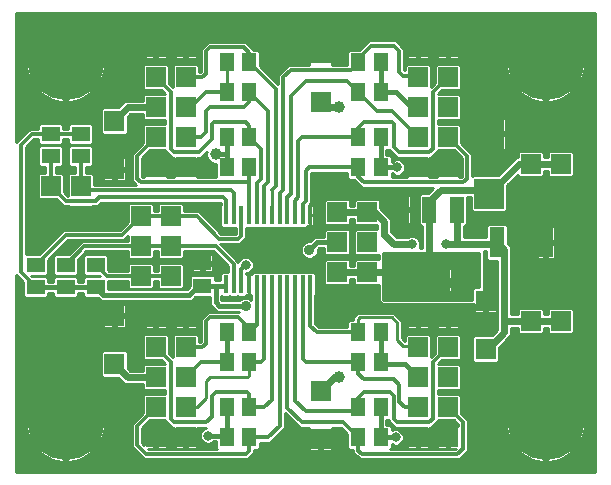
<source format=gbr>
G75*
%MOIN*%
%OFA0B0*%
%FSLAX25Y25*%
%IPPOS*%
%LPD*%
%AMOC8*
5,1,8,0,0,1.08239X$1,22.5*
%
%ADD10R,0.01378X0.06102*%
%ADD11R,0.06500X0.06500*%
%ADD12R,0.05118X0.05906*%
%ADD13R,0.05906X0.05118*%
%ADD14R,0.06693X0.07087*%
%ADD15C,0.25400*%
%ADD16R,0.04800X0.08800*%
%ADD17R,0.14173X0.08661*%
%ADD18R,0.09843X0.10039*%
%ADD19R,0.05000X0.10000*%
%ADD20C,0.01000*%
%ADD21C,0.03175*%
%ADD22C,0.02400*%
%ADD23C,0.01200*%
%ADD24C,0.01600*%
%ADD25C,0.03569*%
%ADD26C,0.03962*%
D10*
X0074842Y0104946D03*
X0077401Y0104946D03*
X0079960Y0104946D03*
X0082519Y0104946D03*
X0085078Y0104946D03*
X0087637Y0104946D03*
X0090196Y0104946D03*
X0092755Y0104946D03*
X0095314Y0104946D03*
X0097873Y0104946D03*
X0100432Y0104946D03*
X0102991Y0104946D03*
X0102991Y0127920D03*
X0100432Y0127920D03*
X0097873Y0127920D03*
X0095314Y0127920D03*
X0092755Y0127920D03*
X0090196Y0127920D03*
X0087637Y0127920D03*
X0085078Y0127920D03*
X0082519Y0127920D03*
X0079960Y0127920D03*
X0077401Y0127920D03*
X0074842Y0127920D03*
D11*
X0056417Y0127683D03*
X0046417Y0127683D03*
X0046417Y0117683D03*
X0056417Y0117683D03*
X0056417Y0107683D03*
X0046417Y0107683D03*
X0051417Y0093933D03*
X0061417Y0093933D03*
X0061417Y0083933D03*
X0061417Y0073933D03*
X0051417Y0073933D03*
X0051417Y0083933D03*
X0051417Y0063933D03*
X0061417Y0063933D03*
X0061417Y0053933D03*
X0051417Y0053933D03*
X0112042Y0108933D03*
X0122042Y0108933D03*
X0122042Y0118933D03*
X0112042Y0118933D03*
X0112042Y0128933D03*
X0122042Y0128933D03*
X0138917Y0143933D03*
X0148917Y0143933D03*
X0148917Y0153933D03*
X0138917Y0153933D03*
X0138917Y0163933D03*
X0148917Y0163933D03*
X0148917Y0173933D03*
X0138917Y0173933D03*
X0138917Y0183933D03*
X0148917Y0183933D03*
X0176417Y0155183D03*
X0186417Y0155183D03*
X0186417Y0145183D03*
X0176417Y0145183D03*
X0176417Y0135183D03*
X0186417Y0135183D03*
X0186417Y0102683D03*
X0176417Y0102683D03*
X0176417Y0092683D03*
X0186417Y0092683D03*
X0186417Y0082683D03*
X0176417Y0082683D03*
X0148917Y0083933D03*
X0138917Y0083933D03*
X0138917Y0073933D03*
X0148917Y0073933D03*
X0148917Y0063933D03*
X0138917Y0063933D03*
X0138917Y0053933D03*
X0148917Y0053933D03*
X0148917Y0093933D03*
X0138917Y0093933D03*
X0061417Y0143933D03*
X0061417Y0153933D03*
X0061417Y0163933D03*
X0061417Y0173933D03*
X0061417Y0183933D03*
X0051417Y0183933D03*
X0051417Y0173933D03*
X0051417Y0163933D03*
X0051417Y0153933D03*
X0051417Y0143933D03*
X0026417Y0137683D03*
X0016417Y0137683D03*
X0016417Y0127683D03*
X0026417Y0127683D03*
D12*
X0075177Y0143933D03*
X0082657Y0143933D03*
X0082657Y0153933D03*
X0075177Y0153933D03*
X0075177Y0168933D03*
X0082657Y0168933D03*
X0082657Y0178933D03*
X0075177Y0178933D03*
X0118927Y0178933D03*
X0126407Y0178933D03*
X0126407Y0168933D03*
X0118927Y0168933D03*
X0118927Y0153933D03*
X0126407Y0153933D03*
X0126407Y0143933D03*
X0118927Y0143933D03*
X0118927Y0088933D03*
X0126407Y0088933D03*
X0126407Y0078933D03*
X0118927Y0078933D03*
X0118927Y0063933D03*
X0126407Y0063933D03*
X0126407Y0053933D03*
X0118927Y0053933D03*
X0082657Y0053933D03*
X0075177Y0053933D03*
X0075177Y0063933D03*
X0082657Y0063933D03*
X0082657Y0078933D03*
X0075177Y0078933D03*
X0075177Y0088933D03*
X0082657Y0088933D03*
D13*
X0067042Y0104568D03*
X0067042Y0112048D03*
X0031417Y0111423D03*
X0031417Y0103943D03*
X0021417Y0103943D03*
X0021417Y0111423D03*
X0011417Y0111423D03*
X0011417Y0103943D03*
X0016417Y0147693D03*
X0016417Y0155173D03*
X0026417Y0155173D03*
X0026417Y0147693D03*
D14*
X0037667Y0143362D03*
X0037667Y0159504D03*
X0106417Y0165862D03*
X0106417Y0182004D03*
X0161417Y0099504D03*
X0161417Y0083362D03*
X0106417Y0069504D03*
X0106417Y0053362D03*
X0037667Y0078362D03*
X0037667Y0094504D03*
D15*
X0021417Y0058933D03*
X0021417Y0178933D03*
X0181417Y0178933D03*
X0181417Y0058933D03*
D16*
X0151767Y0129883D03*
X0142667Y0129883D03*
X0133567Y0129883D03*
D17*
X0142667Y0105482D03*
D18*
X0162667Y0135242D03*
X0162667Y0155124D03*
D19*
X0165167Y0118933D03*
X0181417Y0118933D03*
D20*
X0004917Y0108039D02*
X0004917Y0042433D01*
X0197917Y0042433D01*
X0197917Y0195433D01*
X0004917Y0195433D01*
X0004917Y0152337D01*
X0009453Y0156873D01*
X0012364Y0156873D01*
X0012364Y0158188D01*
X0013008Y0158832D01*
X0019825Y0158832D01*
X0020469Y0158188D01*
X0020469Y0156873D01*
X0022364Y0156873D01*
X0022364Y0158188D01*
X0023008Y0158832D01*
X0029825Y0158832D01*
X0030469Y0158188D01*
X0030469Y0152159D01*
X0029825Y0151514D01*
X0023008Y0151514D01*
X0022364Y0152159D01*
X0022364Y0153473D01*
X0020469Y0153473D01*
X0020469Y0152159D01*
X0019825Y0151514D01*
X0013008Y0151514D01*
X0012364Y0152159D01*
X0012364Y0153473D01*
X0010861Y0153473D01*
X0008117Y0150729D01*
X0008117Y0115082D01*
X0012672Y0115082D01*
X0020722Y0123133D01*
X0039462Y0123133D01*
X0042067Y0125737D01*
X0042067Y0131389D01*
X0042711Y0132033D01*
X0050122Y0132033D01*
X0050767Y0131389D01*
X0050767Y0129383D01*
X0052067Y0129383D01*
X0052067Y0131389D01*
X0052711Y0132033D01*
X0060122Y0132033D01*
X0060767Y0131389D01*
X0060767Y0129383D01*
X0065871Y0129383D01*
X0073371Y0121883D01*
X0078213Y0121883D01*
X0078260Y0121931D01*
X0078260Y0123769D01*
X0076256Y0123769D01*
X0076121Y0123904D01*
X0075986Y0123769D01*
X0073697Y0123769D01*
X0073053Y0124414D01*
X0073053Y0131427D01*
X0073142Y0131516D01*
X0073142Y0132233D01*
X0033371Y0132233D01*
X0033117Y0131979D01*
X0032121Y0130983D01*
X0030167Y0130983D01*
X0030167Y0128058D01*
X0026792Y0128058D01*
X0026792Y0127308D01*
X0030167Y0127308D01*
X0030167Y0124334D01*
X0030091Y0124150D01*
X0029950Y0124009D01*
X0029766Y0123933D01*
X0026792Y0123933D01*
X0026792Y0127308D01*
X0026042Y0127308D01*
X0026042Y0123933D01*
X0023067Y0123933D01*
X0022883Y0124009D01*
X0022743Y0124150D01*
X0022667Y0124334D01*
X0022667Y0127308D01*
X0026042Y0127308D01*
X0026042Y0128058D01*
X0022667Y0128058D01*
X0022667Y0130983D01*
X0020712Y0130983D01*
X0018363Y0133333D01*
X0012711Y0133333D01*
X0012067Y0133977D01*
X0012067Y0141389D01*
X0012711Y0142033D01*
X0014717Y0142033D01*
X0014717Y0144034D01*
X0013008Y0144034D01*
X0012364Y0144678D01*
X0012364Y0150708D01*
X0013008Y0151352D01*
X0019825Y0151352D01*
X0020469Y0150708D01*
X0020469Y0144678D01*
X0019825Y0144034D01*
X0018117Y0144034D01*
X0018117Y0142033D01*
X0020122Y0142033D01*
X0020767Y0141389D01*
X0020767Y0135737D01*
X0022067Y0134437D01*
X0022067Y0141389D01*
X0022711Y0142033D01*
X0024717Y0142033D01*
X0024717Y0144034D01*
X0023008Y0144034D01*
X0022364Y0144678D01*
X0022364Y0150708D01*
X0023008Y0151352D01*
X0029825Y0151352D01*
X0030469Y0150708D01*
X0030469Y0144678D01*
X0029825Y0144034D01*
X0028117Y0144034D01*
X0028117Y0142033D01*
X0030122Y0142033D01*
X0030767Y0141389D01*
X0030767Y0138133D01*
X0044813Y0138133D01*
X0044462Y0138483D01*
X0043467Y0139479D01*
X0043467Y0148387D01*
X0047067Y0151987D01*
X0047067Y0157639D01*
X0047711Y0158283D01*
X0054717Y0158283D01*
X0054717Y0159583D01*
X0047711Y0159583D01*
X0047067Y0160227D01*
X0047067Y0161633D01*
X0043048Y0161633D01*
X0042113Y0160698D01*
X0042113Y0155505D01*
X0041469Y0154861D01*
X0033865Y0154861D01*
X0033220Y0155505D01*
X0033220Y0163503D01*
X0033865Y0164147D01*
X0039057Y0164147D01*
X0041143Y0166233D01*
X0047067Y0166233D01*
X0047067Y0167639D01*
X0047711Y0168283D01*
X0054663Y0168283D01*
X0053362Y0169583D01*
X0047711Y0169583D01*
X0047067Y0170227D01*
X0047067Y0177639D01*
X0047711Y0178283D01*
X0055122Y0178283D01*
X0055767Y0177639D01*
X0055767Y0171987D01*
X0057067Y0170687D01*
X0057067Y0177639D01*
X0057711Y0178283D01*
X0065122Y0178283D01*
X0065767Y0177639D01*
X0065767Y0175633D01*
X0066337Y0175633D01*
X0066592Y0175887D01*
X0066592Y0183387D01*
X0067587Y0184383D01*
X0068837Y0185633D01*
X0081496Y0185633D01*
X0082492Y0184637D01*
X0084143Y0182986D01*
X0085672Y0182986D01*
X0086316Y0182341D01*
X0086316Y0177678D01*
X0092217Y0171777D01*
X0092217Y0174637D01*
X0094717Y0177137D01*
X0095712Y0178133D01*
X0102691Y0178133D01*
X0102646Y0178177D01*
X0102570Y0178361D01*
X0102570Y0181504D01*
X0105917Y0181504D01*
X0105917Y0182504D01*
X0105917Y0186047D01*
X0102971Y0186047D01*
X0102787Y0185971D01*
X0102646Y0185830D01*
X0102570Y0185647D01*
X0102570Y0182504D01*
X0105917Y0182504D01*
X0106917Y0182504D01*
X0110263Y0182504D01*
X0110263Y0185647D01*
X0110187Y0185830D01*
X0110046Y0185971D01*
X0109863Y0186047D01*
X0106917Y0186047D01*
X0106917Y0182504D01*
X0106917Y0181504D01*
X0110263Y0181504D01*
X0110263Y0178361D01*
X0110187Y0178177D01*
X0110143Y0178133D01*
X0115267Y0178133D01*
X0115267Y0182341D01*
X0115912Y0182986D01*
X0119315Y0182986D01*
X0122587Y0186258D01*
X0131496Y0186258D01*
X0132492Y0185262D01*
X0133371Y0184383D01*
X0134367Y0183387D01*
X0134367Y0176512D01*
X0134567Y0176312D01*
X0134567Y0177639D01*
X0135211Y0178283D01*
X0142622Y0178283D01*
X0143267Y0177639D01*
X0143267Y0170687D01*
X0144567Y0171987D01*
X0144567Y0177639D01*
X0145211Y0178283D01*
X0152622Y0178283D01*
X0153267Y0177639D01*
X0153267Y0170227D01*
X0152622Y0169583D01*
X0146971Y0169583D01*
X0145671Y0168283D01*
X0152622Y0168283D01*
X0153267Y0167639D01*
X0153267Y0160227D01*
X0152622Y0159583D01*
X0145617Y0159583D01*
X0145617Y0158283D01*
X0152622Y0158283D01*
X0153267Y0157639D01*
X0153267Y0151987D01*
X0156867Y0148387D01*
X0156867Y0140939D01*
X0157290Y0141362D01*
X0165534Y0141362D01*
X0171655Y0147483D01*
X0172067Y0147483D01*
X0172067Y0148889D01*
X0172711Y0149533D01*
X0180122Y0149533D01*
X0180767Y0148889D01*
X0180767Y0147483D01*
X0182067Y0147483D01*
X0182067Y0148889D01*
X0182711Y0149533D01*
X0190122Y0149533D01*
X0190767Y0148889D01*
X0190767Y0141477D01*
X0190122Y0140833D01*
X0182711Y0140833D01*
X0182067Y0141477D01*
X0182067Y0142883D01*
X0180767Y0142883D01*
X0180767Y0141477D01*
X0180122Y0140833D01*
X0172711Y0140833D01*
X0172111Y0141433D01*
X0168688Y0138011D01*
X0168688Y0129767D01*
X0168044Y0129122D01*
X0157290Y0129122D01*
X0156645Y0129767D01*
X0156645Y0134133D01*
X0155267Y0134133D01*
X0155267Y0125027D01*
X0154622Y0124383D01*
X0154067Y0124383D01*
X0154067Y0120608D01*
X0161567Y0120608D01*
X0161567Y0124389D01*
X0162211Y0125033D01*
X0168122Y0125033D01*
X0168767Y0124389D01*
X0168767Y0118586D01*
X0169967Y0117386D01*
X0169967Y0094983D01*
X0172067Y0094983D01*
X0172067Y0096389D01*
X0172711Y0097033D01*
X0180122Y0097033D01*
X0180767Y0096389D01*
X0180767Y0094983D01*
X0182067Y0094983D01*
X0182067Y0096389D01*
X0182711Y0097033D01*
X0190122Y0097033D01*
X0190767Y0096389D01*
X0190767Y0088977D01*
X0190122Y0088333D01*
X0182711Y0088333D01*
X0182067Y0088977D01*
X0182067Y0090383D01*
X0180767Y0090383D01*
X0180767Y0088977D01*
X0180122Y0088333D01*
X0172711Y0088333D01*
X0172067Y0088977D01*
X0172067Y0090383D01*
X0169967Y0090383D01*
X0169967Y0087980D01*
X0168619Y0086633D01*
X0165863Y0083877D01*
X0165863Y0079363D01*
X0165219Y0078719D01*
X0157615Y0078719D01*
X0156970Y0079363D01*
X0156970Y0087361D01*
X0157615Y0088005D01*
X0163486Y0088005D01*
X0165367Y0089886D01*
X0165367Y0112833D01*
X0162211Y0112833D01*
X0161567Y0113477D01*
X0161567Y0116008D01*
X0160779Y0116008D01*
X0160817Y0115970D01*
X0160817Y0103547D01*
X0160917Y0103547D01*
X0160917Y0100004D01*
X0161917Y0100004D01*
X0165263Y0100004D01*
X0165263Y0103147D01*
X0165187Y0103330D01*
X0165046Y0103471D01*
X0164863Y0103547D01*
X0161917Y0103547D01*
X0161917Y0100004D01*
X0161917Y0099004D01*
X0165263Y0099004D01*
X0165263Y0095861D01*
X0165187Y0095677D01*
X0165046Y0095537D01*
X0164863Y0095461D01*
X0161917Y0095461D01*
X0161917Y0099004D01*
X0160917Y0099004D01*
X0160917Y0095461D01*
X0157971Y0095461D01*
X0157787Y0095537D01*
X0157646Y0095677D01*
X0157570Y0095861D01*
X0157570Y0098283D01*
X0126880Y0098283D01*
X0125767Y0099396D01*
X0125767Y0104602D01*
X0125747Y0104583D01*
X0118336Y0104583D01*
X0117692Y0105227D01*
X0117692Y0106633D01*
X0116392Y0106633D01*
X0116392Y0105227D01*
X0115747Y0104583D01*
X0108336Y0104583D01*
X0107692Y0105227D01*
X0107692Y0112639D01*
X0108336Y0113283D01*
X0115747Y0113283D01*
X0116392Y0112639D01*
X0116392Y0111233D01*
X0117692Y0111233D01*
X0117692Y0112639D01*
X0118336Y0113283D01*
X0125747Y0113283D01*
X0125767Y0113264D01*
X0125767Y0114602D01*
X0125747Y0114583D01*
X0118336Y0114583D01*
X0117692Y0115227D01*
X0117692Y0122639D01*
X0118336Y0123283D01*
X0125367Y0123283D01*
X0125367Y0124583D01*
X0118336Y0124583D01*
X0117692Y0125227D01*
X0117692Y0126633D01*
X0116392Y0126633D01*
X0116392Y0125227D01*
X0115747Y0124583D01*
X0108336Y0124583D01*
X0107692Y0125227D01*
X0107692Y0132639D01*
X0108336Y0133283D01*
X0115747Y0133283D01*
X0116392Y0132639D01*
X0116392Y0131233D01*
X0117692Y0131233D01*
X0117692Y0132639D01*
X0118336Y0133283D01*
X0125747Y0133283D01*
X0126392Y0132639D01*
X0126392Y0130336D01*
X0128619Y0128108D01*
X0129967Y0126761D01*
X0129967Y0122386D01*
X0131744Y0120608D01*
X0135572Y0120608D01*
X0136507Y0120995D01*
X0137576Y0120995D01*
X0138564Y0120586D01*
X0139320Y0119830D01*
X0139729Y0118843D01*
X0139729Y0117773D01*
X0139443Y0117083D01*
X0140367Y0117083D01*
X0140367Y0124383D01*
X0139811Y0124383D01*
X0139167Y0125027D01*
X0139167Y0134739D01*
X0139811Y0135383D01*
X0142114Y0135383D01*
X0143964Y0137233D01*
X0120087Y0137233D01*
X0119092Y0138229D01*
X0117440Y0139880D01*
X0115912Y0139880D01*
X0115267Y0140525D01*
X0115267Y0142233D01*
X0103371Y0142233D01*
X0103117Y0141979D01*
X0103117Y0131979D01*
X0102609Y0131472D01*
X0102991Y0131472D01*
X0102991Y0127921D01*
X0102992Y0127921D01*
X0102992Y0131472D01*
X0103780Y0131472D01*
X0103964Y0131396D01*
X0104104Y0131255D01*
X0104180Y0131071D01*
X0104180Y0127921D01*
X0102992Y0127921D01*
X0102992Y0127920D01*
X0104180Y0127920D01*
X0104180Y0124770D01*
X0104104Y0124586D01*
X0103964Y0124445D01*
X0103780Y0124369D01*
X0102992Y0124369D01*
X0102992Y0127920D01*
X0102991Y0127920D01*
X0102991Y0124369D01*
X0102203Y0124369D01*
X0102185Y0124377D01*
X0101577Y0123769D01*
X0099288Y0123769D01*
X0099153Y0123904D01*
X0099018Y0123769D01*
X0096729Y0123769D01*
X0096594Y0123904D01*
X0096459Y0123769D01*
X0094170Y0123769D01*
X0094035Y0123904D01*
X0093900Y0123769D01*
X0091611Y0123769D01*
X0091476Y0123904D01*
X0091341Y0123769D01*
X0089052Y0123769D01*
X0088917Y0123904D01*
X0088782Y0123769D01*
X0086493Y0123769D01*
X0086358Y0123904D01*
X0086223Y0123769D01*
X0083933Y0123769D01*
X0083799Y0123904D01*
X0083664Y0123769D01*
X0081660Y0123769D01*
X0081660Y0120522D01*
X0080664Y0119526D01*
X0080664Y0119526D01*
X0080617Y0119479D01*
X0080617Y0119479D01*
X0079621Y0118483D01*
X0073021Y0118483D01*
X0073117Y0118387D01*
X0078966Y0112538D01*
X0079138Y0112955D01*
X0079894Y0113711D01*
X0080882Y0114120D01*
X0081951Y0114120D01*
X0082939Y0113711D01*
X0083695Y0112955D01*
X0084104Y0111968D01*
X0084104Y0110898D01*
X0083695Y0109911D01*
X0082939Y0109155D01*
X0081951Y0108746D01*
X0081660Y0108746D01*
X0081660Y0108541D01*
X0081712Y0108489D01*
X0081731Y0108497D01*
X0082519Y0108497D01*
X0082519Y0104946D01*
X0082519Y0104946D01*
X0082519Y0108497D01*
X0083307Y0108497D01*
X0083326Y0108489D01*
X0083933Y0109097D01*
X0086223Y0109097D01*
X0086358Y0108962D01*
X0086493Y0109097D01*
X0088782Y0109097D01*
X0088917Y0108962D01*
X0089052Y0109097D01*
X0091341Y0109097D01*
X0091476Y0108962D01*
X0091611Y0109097D01*
X0093900Y0109097D01*
X0094035Y0108962D01*
X0094170Y0109097D01*
X0096459Y0109097D01*
X0096594Y0108962D01*
X0096729Y0109097D01*
X0099018Y0109097D01*
X0099153Y0108962D01*
X0099288Y0109097D01*
X0101577Y0109097D01*
X0101712Y0108962D01*
X0101847Y0109097D01*
X0104136Y0109097D01*
X0104780Y0108452D01*
X0104780Y0101439D01*
X0104691Y0101350D01*
X0104691Y0091812D01*
X0105871Y0090633D01*
X0115267Y0090633D01*
X0115267Y0092341D01*
X0115912Y0092986D01*
X0117327Y0092986D01*
X0117327Y0093981D01*
X0117942Y0094596D01*
X0118879Y0095533D01*
X0130829Y0095533D01*
X0132704Y0093658D01*
X0133642Y0092721D01*
X0133642Y0087096D01*
X0134567Y0086171D01*
X0134567Y0087639D01*
X0135211Y0088283D01*
X0142622Y0088283D01*
X0143267Y0087639D01*
X0143267Y0080687D01*
X0144567Y0081987D01*
X0144567Y0087639D01*
X0145211Y0088283D01*
X0152622Y0088283D01*
X0153267Y0087639D01*
X0153267Y0080227D01*
X0152622Y0079583D01*
X0146971Y0079583D01*
X0145671Y0078283D01*
X0152622Y0078283D01*
X0153267Y0077639D01*
X0153267Y0070227D01*
X0152622Y0069583D01*
X0145617Y0069583D01*
X0145617Y0068283D01*
X0152622Y0068283D01*
X0153267Y0067639D01*
X0153267Y0061987D01*
X0155617Y0059637D01*
X0155617Y0049479D01*
X0154621Y0048483D01*
X0152746Y0046608D01*
X0119462Y0046608D01*
X0118467Y0047604D01*
X0117227Y0048844D01*
X0117227Y0049880D01*
X0115912Y0049880D01*
X0115267Y0050525D01*
X0115267Y0055178D01*
X0113212Y0057233D01*
X0110143Y0057233D01*
X0110187Y0057189D01*
X0110263Y0057005D01*
X0110263Y0053862D01*
X0106917Y0053862D01*
X0106917Y0052862D01*
X0110263Y0052862D01*
X0110263Y0049719D01*
X0110187Y0049536D01*
X0110046Y0049395D01*
X0109863Y0049319D01*
X0106917Y0049319D01*
X0106917Y0052862D01*
X0105917Y0052862D01*
X0105917Y0049319D01*
X0102971Y0049319D01*
X0102787Y0049395D01*
X0102646Y0049536D01*
X0102570Y0049719D01*
X0102570Y0052862D01*
X0105917Y0052862D01*
X0105917Y0053862D01*
X0102570Y0053862D01*
X0102570Y0057005D01*
X0102646Y0057189D01*
X0102691Y0057233D01*
X0099462Y0057233D01*
X0094455Y0062240D01*
X0094455Y0057067D01*
X0090617Y0053229D01*
X0090617Y0053229D01*
X0089621Y0052233D01*
X0086316Y0052233D01*
X0086316Y0050525D01*
X0085672Y0049880D01*
X0084357Y0049880D01*
X0084357Y0048844D01*
X0083117Y0047604D01*
X0082121Y0046608D01*
X0047587Y0046608D01*
X0046592Y0047604D01*
X0046592Y0047604D01*
X0044462Y0049733D01*
X0043467Y0050729D01*
X0043467Y0058387D01*
X0047067Y0061987D01*
X0047067Y0067639D01*
X0047711Y0068283D01*
X0054717Y0068283D01*
X0054717Y0069583D01*
X0047711Y0069583D01*
X0047067Y0070227D01*
X0047067Y0071633D01*
X0041143Y0071633D01*
X0039057Y0073719D01*
X0033865Y0073719D01*
X0033220Y0074363D01*
X0033220Y0082361D01*
X0033865Y0083005D01*
X0041469Y0083005D01*
X0042113Y0082361D01*
X0042113Y0077168D01*
X0043048Y0076233D01*
X0047067Y0076233D01*
X0047067Y0077639D01*
X0047711Y0078283D01*
X0054663Y0078283D01*
X0053362Y0079583D01*
X0047711Y0079583D01*
X0047067Y0080227D01*
X0047067Y0087639D01*
X0047711Y0088283D01*
X0055122Y0088283D01*
X0055767Y0087639D01*
X0055767Y0081987D01*
X0057067Y0080687D01*
X0057067Y0087639D01*
X0057711Y0088283D01*
X0065122Y0088283D01*
X0065767Y0087639D01*
X0065767Y0085633D01*
X0066338Y0085633D01*
X0066592Y0085887D01*
X0066592Y0093387D01*
X0068837Y0095633D01*
X0079388Y0095633D01*
X0079238Y0095783D01*
X0071880Y0095783D01*
X0070630Y0097033D01*
X0069517Y0098146D01*
X0069517Y0100909D01*
X0064829Y0100909D01*
X0064567Y0100646D01*
X0063454Y0099533D01*
X0033130Y0099533D01*
X0032379Y0100284D01*
X0028008Y0100284D01*
X0027364Y0100928D01*
X0027364Y0102043D01*
X0025469Y0102043D01*
X0025469Y0100928D01*
X0024825Y0100284D01*
X0018008Y0100284D01*
X0017364Y0100928D01*
X0017364Y0102043D01*
X0015469Y0102043D01*
X0015469Y0100928D01*
X0014825Y0100284D01*
X0008008Y0100284D01*
X0007364Y0100928D01*
X0007364Y0105591D01*
X0004917Y0108039D01*
X0004917Y0107830D02*
X0005125Y0107830D01*
X0004917Y0106832D02*
X0006124Y0106832D01*
X0007122Y0105833D02*
X0004917Y0105833D01*
X0004917Y0104835D02*
X0007364Y0104835D01*
X0007364Y0103836D02*
X0004917Y0103836D01*
X0004917Y0102838D02*
X0007364Y0102838D01*
X0007364Y0101839D02*
X0004917Y0101839D01*
X0004917Y0100841D02*
X0007451Y0100841D01*
X0004917Y0099842D02*
X0032820Y0099842D01*
X0034037Y0098471D02*
X0033896Y0098330D01*
X0033820Y0098147D01*
X0033820Y0095004D01*
X0037167Y0095004D01*
X0037167Y0098547D01*
X0034221Y0098547D01*
X0034037Y0098471D01*
X0033820Y0097845D02*
X0004917Y0097845D01*
X0004917Y0096847D02*
X0033820Y0096847D01*
X0033820Y0095848D02*
X0004917Y0095848D01*
X0004917Y0094850D02*
X0037167Y0094850D01*
X0037167Y0095004D02*
X0037167Y0094004D01*
X0038167Y0094004D01*
X0038167Y0095004D01*
X0041513Y0095004D01*
X0041513Y0098147D01*
X0041437Y0098330D01*
X0041296Y0098471D01*
X0041113Y0098547D01*
X0038167Y0098547D01*
X0038167Y0095004D01*
X0037167Y0095004D01*
X0037167Y0095848D02*
X0038167Y0095848D01*
X0038167Y0094850D02*
X0047667Y0094850D01*
X0047667Y0094308D02*
X0051042Y0094308D01*
X0051042Y0097683D01*
X0048067Y0097683D01*
X0047883Y0097607D01*
X0047743Y0097466D01*
X0047667Y0097283D01*
X0047667Y0094308D01*
X0047667Y0093558D02*
X0047667Y0090584D01*
X0047743Y0090400D01*
X0047883Y0090259D01*
X0048067Y0090183D01*
X0051042Y0090183D01*
X0051042Y0093558D01*
X0051792Y0093558D01*
X0051792Y0094308D01*
X0055167Y0094308D01*
X0055167Y0097283D01*
X0055091Y0097466D01*
X0054950Y0097607D01*
X0054766Y0097683D01*
X0051792Y0097683D01*
X0051792Y0094308D01*
X0051042Y0094308D01*
X0051042Y0093558D01*
X0047667Y0093558D01*
X0047667Y0092853D02*
X0041513Y0092853D01*
X0041513Y0093851D02*
X0051042Y0093851D01*
X0051792Y0093851D02*
X0061042Y0093851D01*
X0061042Y0093558D02*
X0057667Y0093558D01*
X0057667Y0090584D01*
X0057743Y0090400D01*
X0057883Y0090259D01*
X0058067Y0090183D01*
X0061042Y0090183D01*
X0061042Y0093558D01*
X0061792Y0093558D01*
X0061792Y0094308D01*
X0065167Y0094308D01*
X0065167Y0097283D01*
X0065091Y0097466D01*
X0064950Y0097607D01*
X0064766Y0097683D01*
X0061792Y0097683D01*
X0061792Y0094308D01*
X0061042Y0094308D01*
X0061042Y0097683D01*
X0058067Y0097683D01*
X0057883Y0097607D01*
X0057743Y0097466D01*
X0057667Y0097283D01*
X0057667Y0094308D01*
X0061042Y0094308D01*
X0061042Y0093558D01*
X0061042Y0092853D02*
X0061792Y0092853D01*
X0061792Y0093558D02*
X0061792Y0090183D01*
X0064766Y0090183D01*
X0064950Y0090259D01*
X0065091Y0090400D01*
X0065167Y0090584D01*
X0065167Y0093558D01*
X0061792Y0093558D01*
X0061792Y0093851D02*
X0067056Y0093851D01*
X0066592Y0092853D02*
X0065167Y0092853D01*
X0065167Y0091854D02*
X0066592Y0091854D01*
X0066592Y0090856D02*
X0065167Y0090856D01*
X0066592Y0089857D02*
X0004917Y0089857D01*
X0004917Y0088859D02*
X0066592Y0088859D01*
X0066592Y0087860D02*
X0065545Y0087860D01*
X0065767Y0086862D02*
X0066592Y0086862D01*
X0066568Y0085863D02*
X0065767Y0085863D01*
X0061792Y0090856D02*
X0061042Y0090856D01*
X0061042Y0091854D02*
X0061792Y0091854D01*
X0061792Y0094850D02*
X0061042Y0094850D01*
X0061042Y0095848D02*
X0061792Y0095848D01*
X0061792Y0096847D02*
X0061042Y0096847D01*
X0057667Y0096847D02*
X0055167Y0096847D01*
X0055167Y0095848D02*
X0057667Y0095848D01*
X0057667Y0094850D02*
X0055167Y0094850D01*
X0055167Y0093558D02*
X0051792Y0093558D01*
X0051792Y0090183D01*
X0054766Y0090183D01*
X0054950Y0090259D01*
X0055091Y0090400D01*
X0055167Y0090584D01*
X0055167Y0093558D01*
X0055167Y0092853D02*
X0057667Y0092853D01*
X0057667Y0091854D02*
X0055167Y0091854D01*
X0055167Y0090856D02*
X0057667Y0090856D01*
X0057288Y0087860D02*
X0055545Y0087860D01*
X0055767Y0086862D02*
X0057067Y0086862D01*
X0057067Y0085863D02*
X0055767Y0085863D01*
X0055767Y0084865D02*
X0057067Y0084865D01*
X0057067Y0083866D02*
X0055767Y0083866D01*
X0055767Y0082868D02*
X0057067Y0082868D01*
X0057067Y0081869D02*
X0055885Y0081869D01*
X0056883Y0080871D02*
X0057067Y0080871D01*
X0054072Y0078874D02*
X0042113Y0078874D01*
X0042113Y0079872D02*
X0047422Y0079872D01*
X0047067Y0080871D02*
X0042113Y0080871D01*
X0042113Y0081869D02*
X0047067Y0081869D01*
X0047067Y0082868D02*
X0041607Y0082868D01*
X0042113Y0077875D02*
X0047303Y0077875D01*
X0047067Y0076877D02*
X0042405Y0076877D01*
X0039894Y0072882D02*
X0004917Y0072882D01*
X0004917Y0071884D02*
X0018864Y0071884D01*
X0019477Y0072006D02*
X0018205Y0071753D01*
X0016964Y0071376D01*
X0015766Y0070880D01*
X0014622Y0070269D01*
X0013544Y0069548D01*
X0012541Y0068725D01*
X0011624Y0067808D01*
X0010802Y0066806D01*
X0010081Y0065727D01*
X0009470Y0064584D01*
X0008973Y0063385D01*
X0008597Y0062144D01*
X0008344Y0060872D01*
X0008217Y0059582D01*
X0008217Y0059433D01*
X0020917Y0059433D01*
X0020917Y0072133D01*
X0020768Y0072133D01*
X0019477Y0072006D01*
X0020917Y0071884D02*
X0021917Y0071884D01*
X0021917Y0072133D02*
X0022065Y0072133D01*
X0023356Y0072006D01*
X0024628Y0071753D01*
X0025869Y0071376D01*
X0027067Y0070880D01*
X0028211Y0070269D01*
X0029289Y0069548D01*
X0030292Y0068725D01*
X0031209Y0067808D01*
X0032032Y0066806D01*
X0032752Y0065727D01*
X0033364Y0064584D01*
X0033860Y0063385D01*
X0034237Y0062144D01*
X0034490Y0060872D01*
X0034617Y0059582D01*
X0034617Y0059433D01*
X0021917Y0059433D01*
X0021917Y0058433D01*
X0034617Y0058433D01*
X0034617Y0058285D01*
X0034490Y0056994D01*
X0034237Y0055722D01*
X0033860Y0054481D01*
X0033364Y0053283D01*
X0032752Y0052139D01*
X0032032Y0051060D01*
X0031209Y0050058D01*
X0030292Y0049141D01*
X0029289Y0048318D01*
X0028211Y0047597D01*
X0027067Y0046986D01*
X0025869Y0046490D01*
X0024628Y0046113D01*
X0023356Y0045860D01*
X0022065Y0045733D01*
X0021917Y0045733D01*
X0021917Y0058433D01*
X0020917Y0058433D01*
X0020917Y0045733D01*
X0020768Y0045733D01*
X0019477Y0045860D01*
X0018205Y0046113D01*
X0016964Y0046490D01*
X0015766Y0046986D01*
X0014622Y0047597D01*
X0013544Y0048318D01*
X0012541Y0049141D01*
X0011624Y0050058D01*
X0010802Y0051060D01*
X0010081Y0052139D01*
X0009470Y0053283D01*
X0008973Y0054481D01*
X0008597Y0055722D01*
X0008344Y0056994D01*
X0008217Y0058285D01*
X0008217Y0058433D01*
X0020917Y0058433D01*
X0020917Y0059433D01*
X0021917Y0059433D01*
X0021917Y0072133D01*
X0021917Y0070885D02*
X0020917Y0070885D01*
X0020917Y0069887D02*
X0021917Y0069887D01*
X0021917Y0068888D02*
X0020917Y0068888D01*
X0020917Y0067890D02*
X0021917Y0067890D01*
X0021917Y0066891D02*
X0020917Y0066891D01*
X0020917Y0065893D02*
X0021917Y0065893D01*
X0021917Y0064894D02*
X0020917Y0064894D01*
X0020917Y0063896D02*
X0021917Y0063896D01*
X0021917Y0062897D02*
X0020917Y0062897D01*
X0020917Y0061899D02*
X0021917Y0061899D01*
X0021917Y0060900D02*
X0020917Y0060900D01*
X0020917Y0059902D02*
X0021917Y0059902D01*
X0021917Y0058903D02*
X0043983Y0058903D01*
X0043467Y0057905D02*
X0034579Y0057905D01*
X0034472Y0056906D02*
X0043467Y0056906D01*
X0043467Y0055908D02*
X0034273Y0055908D01*
X0033990Y0054909D02*
X0043467Y0054909D01*
X0043467Y0053911D02*
X0033624Y0053911D01*
X0033166Y0052912D02*
X0043467Y0052912D01*
X0043467Y0051914D02*
X0032602Y0051914D01*
X0031913Y0050915D02*
X0043467Y0050915D01*
X0044279Y0049917D02*
X0031068Y0049917D01*
X0030021Y0048918D02*
X0045277Y0048918D01*
X0046276Y0047920D02*
X0028693Y0047920D01*
X0026911Y0046921D02*
X0047274Y0046921D01*
X0048996Y0050008D02*
X0048821Y0050183D01*
X0051042Y0050183D01*
X0051042Y0053558D01*
X0051792Y0053558D01*
X0051792Y0054308D01*
X0055167Y0054308D01*
X0055167Y0057283D01*
X0055091Y0057466D01*
X0054950Y0057607D01*
X0054766Y0057683D01*
X0051792Y0057683D01*
X0051792Y0054308D01*
X0051042Y0054308D01*
X0051042Y0057683D01*
X0048067Y0057683D01*
X0047883Y0057607D01*
X0047743Y0057466D01*
X0047667Y0057283D01*
X0047667Y0054308D01*
X0051042Y0054308D01*
X0051042Y0053558D01*
X0047667Y0053558D01*
X0047667Y0051337D01*
X0046867Y0052137D01*
X0046867Y0056979D01*
X0049471Y0059583D01*
X0054717Y0059583D01*
X0054717Y0059479D01*
X0055712Y0058483D01*
X0056962Y0057233D01*
X0057667Y0057233D01*
X0057667Y0054308D01*
X0061042Y0054308D01*
X0061042Y0053558D01*
X0061792Y0053558D01*
X0061792Y0054308D01*
X0065167Y0054308D01*
X0065167Y0057233D01*
X0068352Y0057233D01*
X0067394Y0056836D01*
X0066638Y0056080D01*
X0066229Y0055093D01*
X0066229Y0054023D01*
X0066638Y0053036D01*
X0067394Y0052280D01*
X0068382Y0051871D01*
X0069451Y0051871D01*
X0070439Y0052280D01*
X0070817Y0052658D01*
X0071517Y0052658D01*
X0071517Y0050525D01*
X0072034Y0050008D01*
X0048996Y0050008D01*
X0051042Y0050915D02*
X0051792Y0050915D01*
X0051792Y0050183D02*
X0054766Y0050183D01*
X0054950Y0050259D01*
X0055091Y0050400D01*
X0055167Y0050584D01*
X0055167Y0053558D01*
X0051792Y0053558D01*
X0051792Y0050183D01*
X0051792Y0051914D02*
X0051042Y0051914D01*
X0051042Y0052912D02*
X0051792Y0052912D01*
X0051792Y0053911D02*
X0061042Y0053911D01*
X0061042Y0053558D02*
X0057667Y0053558D01*
X0057667Y0050584D01*
X0057743Y0050400D01*
X0057883Y0050259D01*
X0058067Y0050183D01*
X0061042Y0050183D01*
X0061042Y0053558D01*
X0061042Y0052912D02*
X0061792Y0052912D01*
X0061792Y0053558D02*
X0061792Y0050183D01*
X0064766Y0050183D01*
X0064950Y0050259D01*
X0065091Y0050400D01*
X0065167Y0050584D01*
X0065167Y0053558D01*
X0061792Y0053558D01*
X0061792Y0053911D02*
X0066276Y0053911D01*
X0066229Y0054909D02*
X0065167Y0054909D01*
X0065167Y0055908D02*
X0066567Y0055908D01*
X0067563Y0056906D02*
X0065167Y0056906D01*
X0065167Y0052912D02*
X0066762Y0052912D01*
X0068278Y0051914D02*
X0065167Y0051914D01*
X0065167Y0050915D02*
X0071517Y0050915D01*
X0071517Y0051914D02*
X0069555Y0051914D01*
X0061792Y0051914D02*
X0061042Y0051914D01*
X0061042Y0050915D02*
X0061792Y0050915D01*
X0057667Y0050915D02*
X0055167Y0050915D01*
X0055167Y0051914D02*
X0057667Y0051914D01*
X0057667Y0052912D02*
X0055167Y0052912D01*
X0055167Y0054909D02*
X0057667Y0054909D01*
X0057667Y0055908D02*
X0055167Y0055908D01*
X0055167Y0056906D02*
X0057667Y0056906D01*
X0056291Y0057905D02*
X0047793Y0057905D01*
X0047667Y0056906D02*
X0046867Y0056906D01*
X0046867Y0055908D02*
X0047667Y0055908D01*
X0047667Y0054909D02*
X0046867Y0054909D01*
X0046867Y0053911D02*
X0051042Y0053911D01*
X0051042Y0054909D02*
X0051792Y0054909D01*
X0051792Y0055908D02*
X0051042Y0055908D01*
X0051042Y0056906D02*
X0051792Y0056906D01*
X0048791Y0058903D02*
X0055292Y0058903D01*
X0061417Y0063933D02*
X0065167Y0063933D01*
X0068292Y0067058D01*
X0068292Y0072683D01*
X0069542Y0073933D01*
X0082042Y0073933D01*
X0082657Y0074548D01*
X0082657Y0078933D01*
X0071815Y0095848D02*
X0065167Y0095848D01*
X0065167Y0094850D02*
X0068054Y0094850D01*
X0070816Y0096847D02*
X0065167Y0096847D01*
X0063763Y0099842D02*
X0069517Y0099842D01*
X0069517Y0098844D02*
X0004917Y0098844D01*
X0004917Y0093851D02*
X0033820Y0093851D01*
X0033820Y0094004D02*
X0033820Y0090861D01*
X0033896Y0090677D01*
X0034037Y0090537D01*
X0034221Y0090461D01*
X0037167Y0090461D01*
X0037167Y0094004D01*
X0033820Y0094004D01*
X0033820Y0092853D02*
X0004917Y0092853D01*
X0004917Y0091854D02*
X0033820Y0091854D01*
X0033822Y0090856D02*
X0004917Y0090856D01*
X0004917Y0087860D02*
X0047288Y0087860D01*
X0047067Y0086862D02*
X0004917Y0086862D01*
X0004917Y0085863D02*
X0047067Y0085863D01*
X0047067Y0084865D02*
X0004917Y0084865D01*
X0004917Y0083866D02*
X0047067Y0083866D01*
X0047667Y0090856D02*
X0041511Y0090856D01*
X0041513Y0090861D02*
X0041513Y0094004D01*
X0038167Y0094004D01*
X0038167Y0090461D01*
X0041113Y0090461D01*
X0041296Y0090537D01*
X0041437Y0090677D01*
X0041513Y0090861D01*
X0041513Y0091854D02*
X0047667Y0091854D01*
X0051042Y0091854D02*
X0051792Y0091854D01*
X0051792Y0090856D02*
X0051042Y0090856D01*
X0051042Y0092853D02*
X0051792Y0092853D01*
X0051792Y0094850D02*
X0051042Y0094850D01*
X0051042Y0095848D02*
X0051792Y0095848D01*
X0051792Y0096847D02*
X0051042Y0096847D01*
X0047667Y0096847D02*
X0041513Y0096847D01*
X0041513Y0097845D02*
X0069817Y0097845D01*
X0073317Y0099720D02*
X0073317Y0101175D01*
X0073697Y0100794D01*
X0075986Y0100794D01*
X0076121Y0100929D01*
X0076256Y0100794D01*
X0078546Y0100794D01*
X0078680Y0100929D01*
X0078815Y0100794D01*
X0081105Y0100794D01*
X0081712Y0101402D01*
X0081731Y0101394D01*
X0082519Y0101394D01*
X0082519Y0104946D01*
X0082519Y0101394D01*
X0083307Y0101394D01*
X0083326Y0101402D01*
X0083378Y0101350D01*
X0083378Y0099801D01*
X0083050Y0100128D01*
X0081990Y0100567D01*
X0080843Y0100567D01*
X0079783Y0100128D01*
X0079238Y0099583D01*
X0073454Y0099583D01*
X0073317Y0099720D01*
X0073317Y0099842D02*
X0079497Y0099842D01*
X0078769Y0100841D02*
X0078592Y0100841D01*
X0076210Y0100841D02*
X0076033Y0100841D01*
X0073651Y0100841D02*
X0073317Y0100841D01*
X0069517Y0100841D02*
X0064761Y0100841D01*
X0061880Y0103333D02*
X0035469Y0103333D01*
X0035469Y0105983D01*
X0042067Y0105983D01*
X0042067Y0103977D01*
X0042711Y0103333D01*
X0050122Y0103333D01*
X0050767Y0103977D01*
X0050767Y0105983D01*
X0052067Y0105983D01*
X0052067Y0103977D01*
X0052711Y0103333D01*
X0060122Y0103333D01*
X0060767Y0103977D01*
X0060767Y0111389D01*
X0060122Y0112033D01*
X0052711Y0112033D01*
X0052067Y0111389D01*
X0052067Y0109383D01*
X0050767Y0109383D01*
X0050767Y0111389D01*
X0050122Y0112033D01*
X0042711Y0112033D01*
X0042067Y0111389D01*
X0042067Y0109383D01*
X0035861Y0109383D01*
X0035469Y0109775D01*
X0035469Y0114438D01*
X0034825Y0115082D01*
X0028008Y0115082D01*
X0027364Y0114438D01*
X0027364Y0108409D01*
X0028008Y0107764D01*
X0032672Y0107764D01*
X0032834Y0107602D01*
X0028008Y0107602D01*
X0027364Y0106958D01*
X0027364Y0105843D01*
X0025469Y0105843D01*
X0025469Y0106958D01*
X0024825Y0107602D01*
X0018008Y0107602D01*
X0017364Y0106958D01*
X0017364Y0105843D01*
X0015469Y0105843D01*
X0015469Y0106958D01*
X0014825Y0107602D01*
X0010162Y0107602D01*
X0010000Y0107764D01*
X0014825Y0107764D01*
X0015469Y0108409D01*
X0015469Y0113072D01*
X0022131Y0119733D01*
X0040871Y0119733D01*
X0041867Y0120729D01*
X0042067Y0120929D01*
X0042067Y0119383D01*
X0026972Y0119383D01*
X0022672Y0115082D01*
X0018008Y0115082D01*
X0017364Y0114438D01*
X0017364Y0108409D01*
X0018008Y0107764D01*
X0024825Y0107764D01*
X0025469Y0108409D01*
X0025469Y0113072D01*
X0028381Y0115983D01*
X0042067Y0115983D01*
X0042067Y0113977D01*
X0042711Y0113333D01*
X0050122Y0113333D01*
X0050767Y0113977D01*
X0050767Y0115983D01*
X0052067Y0115983D01*
X0052067Y0113977D01*
X0052711Y0113333D01*
X0060122Y0113333D01*
X0060767Y0113977D01*
X0060767Y0115983D01*
X0070712Y0115983D01*
X0075701Y0110995D01*
X0075701Y0109097D01*
X0073697Y0109097D01*
X0073053Y0108452D01*
X0073053Y0106458D01*
X0072210Y0106458D01*
X0072206Y0106462D01*
X0071094Y0106462D01*
X0071094Y0107583D01*
X0070450Y0108227D01*
X0063633Y0108227D01*
X0062989Y0107583D01*
X0062989Y0104442D01*
X0061880Y0103333D01*
X0062383Y0103836D02*
X0060626Y0103836D01*
X0060767Y0104835D02*
X0062989Y0104835D01*
X0062989Y0105833D02*
X0060767Y0105833D01*
X0060767Y0106832D02*
X0062989Y0106832D01*
X0063237Y0107830D02*
X0060767Y0107830D01*
X0060767Y0108829D02*
X0073429Y0108829D01*
X0073053Y0107830D02*
X0070847Y0107830D01*
X0071094Y0106832D02*
X0073053Y0106832D01*
X0070418Y0109206D02*
X0070494Y0109390D01*
X0070494Y0111548D01*
X0067542Y0111548D01*
X0067542Y0112548D01*
X0070494Y0112548D01*
X0070494Y0114707D01*
X0070418Y0114891D01*
X0070278Y0115031D01*
X0070094Y0115107D01*
X0067542Y0115107D01*
X0067542Y0112548D01*
X0066542Y0112548D01*
X0066542Y0115107D01*
X0063989Y0115107D01*
X0063806Y0115031D01*
X0063665Y0114891D01*
X0063589Y0114707D01*
X0063589Y0112548D01*
X0066542Y0112548D01*
X0066542Y0111548D01*
X0067542Y0111548D01*
X0067542Y0108989D01*
X0070094Y0108989D01*
X0070278Y0109065D01*
X0070418Y0109206D01*
X0070494Y0109827D02*
X0075701Y0109827D01*
X0075701Y0110826D02*
X0070494Y0110826D01*
X0070494Y0112823D02*
X0073873Y0112823D01*
X0074871Y0111824D02*
X0067542Y0111824D01*
X0067542Y0110826D02*
X0066542Y0110826D01*
X0066542Y0111548D02*
X0066542Y0108989D01*
X0063989Y0108989D01*
X0063806Y0109065D01*
X0063665Y0109206D01*
X0063589Y0109390D01*
X0063589Y0111548D01*
X0066542Y0111548D01*
X0066542Y0111824D02*
X0060331Y0111824D01*
X0060767Y0110826D02*
X0063589Y0110826D01*
X0063589Y0109827D02*
X0060767Y0109827D01*
X0060611Y0113821D02*
X0063589Y0113821D01*
X0063589Y0112823D02*
X0035469Y0112823D01*
X0035469Y0113821D02*
X0042223Y0113821D01*
X0042067Y0114820D02*
X0035087Y0114820D01*
X0035469Y0111824D02*
X0042502Y0111824D01*
X0042067Y0110826D02*
X0035469Y0110826D01*
X0035469Y0109827D02*
X0042067Y0109827D01*
X0042067Y0105833D02*
X0035469Y0105833D01*
X0035469Y0104835D02*
X0042067Y0104835D01*
X0042208Y0103836D02*
X0035469Y0103836D01*
X0037167Y0097845D02*
X0038167Y0097845D01*
X0038167Y0096847D02*
X0037167Y0096847D01*
X0041513Y0095848D02*
X0047667Y0095848D01*
X0050626Y0103836D02*
X0052208Y0103836D01*
X0052067Y0104835D02*
X0050767Y0104835D01*
X0050767Y0105833D02*
X0052067Y0105833D01*
X0052067Y0109827D02*
X0050767Y0109827D01*
X0050767Y0110826D02*
X0052067Y0110826D01*
X0052502Y0111824D02*
X0050331Y0111824D01*
X0050611Y0113821D02*
X0052223Y0113821D01*
X0052067Y0114820D02*
X0050767Y0114820D01*
X0050767Y0115818D02*
X0052067Y0115818D01*
X0060767Y0115818D02*
X0070877Y0115818D01*
X0070448Y0114820D02*
X0071876Y0114820D01*
X0072874Y0113821D02*
X0070494Y0113821D01*
X0067542Y0113821D02*
X0066542Y0113821D01*
X0066542Y0112823D02*
X0067542Y0112823D01*
X0067542Y0114820D02*
X0066542Y0114820D01*
X0063636Y0114820D02*
X0060767Y0114820D01*
X0066542Y0109827D02*
X0067542Y0109827D01*
X0075685Y0115818D02*
X0099799Y0115818D01*
X0099782Y0115859D02*
X0100222Y0114799D01*
X0101033Y0113988D01*
X0102093Y0113549D01*
X0103240Y0113549D01*
X0104300Y0113988D01*
X0105112Y0114799D01*
X0105551Y0115859D01*
X0105551Y0116630D01*
X0105954Y0117033D01*
X0107692Y0117033D01*
X0107692Y0115227D01*
X0108336Y0114583D01*
X0115747Y0114583D01*
X0116392Y0115227D01*
X0116392Y0122639D01*
X0115747Y0123283D01*
X0108336Y0123283D01*
X0107692Y0122639D01*
X0107692Y0120833D01*
X0104380Y0120833D01*
X0102864Y0119317D01*
X0102093Y0119317D01*
X0101033Y0118878D01*
X0100222Y0118067D01*
X0099782Y0117007D01*
X0099782Y0115859D01*
X0099782Y0116817D02*
X0074687Y0116817D01*
X0073688Y0117815D02*
X0100117Y0117815D01*
X0100969Y0118814D02*
X0079952Y0118814D01*
X0080950Y0119812D02*
X0103359Y0119812D01*
X0104358Y0120811D02*
X0081660Y0120811D01*
X0081660Y0121810D02*
X0107692Y0121810D01*
X0107861Y0122808D02*
X0081660Y0122808D01*
X0083701Y0123807D02*
X0083896Y0123807D01*
X0086260Y0123807D02*
X0086455Y0123807D01*
X0088819Y0123807D02*
X0089014Y0123807D01*
X0091378Y0123807D02*
X0091573Y0123807D01*
X0093937Y0123807D02*
X0094132Y0123807D01*
X0096496Y0123807D02*
X0096691Y0123807D01*
X0099055Y0123807D02*
X0099251Y0123807D01*
X0101614Y0123807D02*
X0125367Y0123807D01*
X0129967Y0123807D02*
X0140367Y0123807D01*
X0140367Y0122808D02*
X0129967Y0122808D01*
X0130543Y0121810D02*
X0140367Y0121810D01*
X0140367Y0120811D02*
X0138022Y0120811D01*
X0139327Y0119812D02*
X0140367Y0119812D01*
X0140367Y0118814D02*
X0139729Y0118814D01*
X0139729Y0117815D02*
X0140367Y0117815D01*
X0136062Y0120811D02*
X0131541Y0120811D01*
X0131067Y0124983D02*
X0133067Y0124983D01*
X0133067Y0129383D01*
X0134067Y0129383D01*
X0134067Y0130383D01*
X0136467Y0130383D01*
X0136467Y0134383D01*
X0136391Y0134566D01*
X0136250Y0134707D01*
X0136066Y0134783D01*
X0134067Y0134783D01*
X0134067Y0130383D01*
X0133067Y0130383D01*
X0133067Y0134783D01*
X0131067Y0134783D01*
X0130883Y0134707D01*
X0130743Y0134566D01*
X0130667Y0134383D01*
X0130667Y0130383D01*
X0133067Y0130383D01*
X0133067Y0129383D01*
X0130667Y0129383D01*
X0130667Y0125384D01*
X0130743Y0125200D01*
X0130883Y0125059D01*
X0131067Y0124983D01*
X0130667Y0125804D02*
X0129967Y0125804D01*
X0129925Y0126802D02*
X0130667Y0126802D01*
X0130667Y0127801D02*
X0128927Y0127801D01*
X0127928Y0128799D02*
X0130667Y0128799D01*
X0130667Y0130796D02*
X0126392Y0130796D01*
X0126392Y0131795D02*
X0130667Y0131795D01*
X0130667Y0132793D02*
X0126237Y0132793D01*
X0126930Y0129798D02*
X0133067Y0129798D01*
X0133067Y0130796D02*
X0134067Y0130796D01*
X0134067Y0129798D02*
X0139167Y0129798D01*
X0139167Y0130796D02*
X0136467Y0130796D01*
X0136467Y0131795D02*
X0139167Y0131795D01*
X0139167Y0132793D02*
X0136467Y0132793D01*
X0136467Y0133792D02*
X0139167Y0133792D01*
X0139218Y0134790D02*
X0103117Y0134790D01*
X0103117Y0133792D02*
X0130667Y0133792D01*
X0133067Y0133792D02*
X0134067Y0133792D01*
X0134067Y0132793D02*
X0133067Y0132793D01*
X0133067Y0131795D02*
X0134067Y0131795D01*
X0134067Y0129383D02*
X0136467Y0129383D01*
X0136467Y0125384D01*
X0136391Y0125200D01*
X0136250Y0125059D01*
X0136066Y0124983D01*
X0134067Y0124983D01*
X0134067Y0129383D01*
X0134067Y0128799D02*
X0133067Y0128799D01*
X0133067Y0127801D02*
X0134067Y0127801D01*
X0134067Y0126802D02*
X0133067Y0126802D01*
X0133067Y0125804D02*
X0134067Y0125804D01*
X0136467Y0125804D02*
X0139167Y0125804D01*
X0139167Y0126802D02*
X0136467Y0126802D01*
X0136467Y0127801D02*
X0139167Y0127801D01*
X0139167Y0128799D02*
X0136467Y0128799D01*
X0139389Y0124805D02*
X0129967Y0124805D01*
X0118114Y0124805D02*
X0115969Y0124805D01*
X0116392Y0125804D02*
X0117692Y0125804D01*
X0117861Y0122808D02*
X0116222Y0122808D01*
X0116392Y0121810D02*
X0117692Y0121810D01*
X0117692Y0120811D02*
X0116392Y0120811D01*
X0116392Y0119812D02*
X0117692Y0119812D01*
X0117692Y0118814D02*
X0116392Y0118814D01*
X0116392Y0117815D02*
X0117692Y0117815D01*
X0117692Y0116817D02*
X0116392Y0116817D01*
X0116392Y0115818D02*
X0117692Y0115818D01*
X0118099Y0114820D02*
X0115984Y0114820D01*
X0116207Y0112823D02*
X0117876Y0112823D01*
X0117692Y0111824D02*
X0116392Y0111824D01*
X0116392Y0105833D02*
X0117692Y0105833D01*
X0118084Y0104835D02*
X0115999Y0104835D01*
X0108084Y0104835D02*
X0104780Y0104835D01*
X0104780Y0105833D02*
X0107692Y0105833D01*
X0107692Y0106832D02*
X0104780Y0106832D01*
X0104780Y0107830D02*
X0107692Y0107830D01*
X0107692Y0108829D02*
X0104404Y0108829D01*
X0107692Y0109827D02*
X0083612Y0109827D01*
X0083665Y0108829D02*
X0082152Y0108829D01*
X0082519Y0107830D02*
X0082519Y0107830D01*
X0082519Y0106832D02*
X0082519Y0106832D01*
X0082519Y0105833D02*
X0082519Y0105833D01*
X0082519Y0104946D02*
X0082519Y0104946D01*
X0082519Y0104835D02*
X0082519Y0104835D01*
X0082519Y0103836D02*
X0082519Y0103836D01*
X0082519Y0102838D02*
X0082519Y0102838D01*
X0082519Y0101839D02*
X0082519Y0101839D01*
X0083378Y0100841D02*
X0081151Y0100841D01*
X0083336Y0099842D02*
X0083378Y0099842D01*
X0084074Y0110826D02*
X0107692Y0110826D01*
X0107692Y0111824D02*
X0084104Y0111824D01*
X0083750Y0112823D02*
X0107876Y0112823D01*
X0108099Y0114820D02*
X0105120Y0114820D01*
X0105534Y0115818D02*
X0107692Y0115818D01*
X0107692Y0116817D02*
X0105738Y0116817D01*
X0103898Y0113821D02*
X0125767Y0113821D01*
X0125767Y0103836D02*
X0104780Y0103836D01*
X0104780Y0102838D02*
X0125767Y0102838D01*
X0125767Y0101839D02*
X0104780Y0101839D01*
X0104691Y0100841D02*
X0125767Y0100841D01*
X0125767Y0099842D02*
X0104691Y0099842D01*
X0104691Y0098844D02*
X0126319Y0098844D01*
X0130167Y0093933D02*
X0132042Y0092058D01*
X0132042Y0086433D01*
X0133917Y0084558D01*
X0138292Y0084558D01*
X0134567Y0086862D02*
X0133876Y0086862D01*
X0133642Y0087860D02*
X0134788Y0087860D01*
X0133642Y0088859D02*
X0164340Y0088859D01*
X0165338Y0089857D02*
X0133642Y0089857D01*
X0133642Y0090856D02*
X0135167Y0090856D01*
X0135167Y0090584D02*
X0135243Y0090400D01*
X0135383Y0090259D01*
X0135567Y0090183D01*
X0138542Y0090183D01*
X0138542Y0093558D01*
X0139292Y0093558D01*
X0139292Y0094308D01*
X0142667Y0094308D01*
X0142667Y0097283D01*
X0142591Y0097466D01*
X0142450Y0097607D01*
X0142266Y0097683D01*
X0139292Y0097683D01*
X0139292Y0094308D01*
X0138542Y0094308D01*
X0138542Y0097683D01*
X0135567Y0097683D01*
X0135383Y0097607D01*
X0135243Y0097466D01*
X0135167Y0097283D01*
X0135167Y0094308D01*
X0138542Y0094308D01*
X0138542Y0093558D01*
X0135167Y0093558D01*
X0135167Y0090584D01*
X0135167Y0091854D02*
X0133642Y0091854D01*
X0133510Y0092853D02*
X0135167Y0092853D01*
X0135167Y0094850D02*
X0131513Y0094850D01*
X0132511Y0093851D02*
X0138542Y0093851D01*
X0139292Y0093851D02*
X0148542Y0093851D01*
X0148542Y0093558D02*
X0145167Y0093558D01*
X0145167Y0090584D01*
X0145243Y0090400D01*
X0145383Y0090259D01*
X0145567Y0090183D01*
X0148542Y0090183D01*
X0148542Y0093558D01*
X0149292Y0093558D01*
X0149292Y0094308D01*
X0152667Y0094308D01*
X0152667Y0097283D01*
X0152591Y0097466D01*
X0152450Y0097607D01*
X0152266Y0097683D01*
X0149292Y0097683D01*
X0149292Y0094308D01*
X0148542Y0094308D01*
X0148542Y0097683D01*
X0145567Y0097683D01*
X0145383Y0097607D01*
X0145243Y0097466D01*
X0145167Y0097283D01*
X0145167Y0094308D01*
X0148542Y0094308D01*
X0148542Y0093558D01*
X0148542Y0092853D02*
X0149292Y0092853D01*
X0149292Y0093558D02*
X0149292Y0090183D01*
X0152266Y0090183D01*
X0152450Y0090259D01*
X0152591Y0090400D01*
X0152667Y0090584D01*
X0152667Y0093558D01*
X0149292Y0093558D01*
X0149292Y0093851D02*
X0165367Y0093851D01*
X0165367Y0092853D02*
X0152667Y0092853D01*
X0152667Y0091854D02*
X0165367Y0091854D01*
X0165367Y0090856D02*
X0152667Y0090856D01*
X0153045Y0087860D02*
X0157469Y0087860D01*
X0156970Y0086862D02*
X0153267Y0086862D01*
X0153267Y0085863D02*
X0156970Y0085863D01*
X0156970Y0084865D02*
X0153267Y0084865D01*
X0153267Y0083866D02*
X0156970Y0083866D01*
X0156970Y0082868D02*
X0153267Y0082868D01*
X0153267Y0081869D02*
X0156970Y0081869D01*
X0156970Y0080871D02*
X0153267Y0080871D01*
X0152911Y0079872D02*
X0156970Y0079872D01*
X0157460Y0078874D02*
X0146261Y0078874D01*
X0143450Y0080871D02*
X0143267Y0080871D01*
X0143267Y0081869D02*
X0144448Y0081869D01*
X0144567Y0082868D02*
X0143267Y0082868D01*
X0143267Y0083866D02*
X0144567Y0083866D01*
X0144567Y0084865D02*
X0143267Y0084865D01*
X0143267Y0085863D02*
X0144567Y0085863D01*
X0144567Y0086862D02*
X0143267Y0086862D01*
X0143045Y0087860D02*
X0144788Y0087860D01*
X0145167Y0090856D02*
X0142667Y0090856D01*
X0142667Y0090584D02*
X0142667Y0093558D01*
X0139292Y0093558D01*
X0139292Y0090183D01*
X0142266Y0090183D01*
X0142450Y0090259D01*
X0142591Y0090400D01*
X0142667Y0090584D01*
X0142667Y0091854D02*
X0145167Y0091854D01*
X0145167Y0092853D02*
X0142667Y0092853D01*
X0142667Y0094850D02*
X0145167Y0094850D01*
X0145167Y0095848D02*
X0142667Y0095848D01*
X0142667Y0096847D02*
X0145167Y0096847D01*
X0148542Y0096847D02*
X0149292Y0096847D01*
X0149292Y0095848D02*
X0148542Y0095848D01*
X0148542Y0094850D02*
X0149292Y0094850D01*
X0149292Y0091854D02*
X0148542Y0091854D01*
X0148542Y0090856D02*
X0149292Y0090856D01*
X0152667Y0094850D02*
X0165367Y0094850D01*
X0165367Y0095848D02*
X0165258Y0095848D01*
X0165263Y0096847D02*
X0165367Y0096847D01*
X0165367Y0097845D02*
X0165263Y0097845D01*
X0165263Y0098844D02*
X0165367Y0098844D01*
X0165367Y0099842D02*
X0161917Y0099842D01*
X0161917Y0098844D02*
X0160917Y0098844D01*
X0160917Y0097845D02*
X0161917Y0097845D01*
X0161917Y0096847D02*
X0160917Y0096847D01*
X0160917Y0095848D02*
X0161917Y0095848D01*
X0157576Y0095848D02*
X0152667Y0095848D01*
X0152667Y0096847D02*
X0157570Y0096847D01*
X0157570Y0097845D02*
X0104691Y0097845D01*
X0104691Y0096847D02*
X0135167Y0096847D01*
X0135167Y0095848D02*
X0104691Y0095848D01*
X0104691Y0094850D02*
X0118196Y0094850D01*
X0117327Y0093851D02*
X0104691Y0093851D01*
X0104691Y0092853D02*
X0115779Y0092853D01*
X0115267Y0091854D02*
X0104691Y0091854D01*
X0105648Y0090856D02*
X0115267Y0090856D01*
X0118927Y0088933D02*
X0118927Y0093318D01*
X0119542Y0093933D01*
X0130167Y0093933D01*
X0138542Y0094850D02*
X0139292Y0094850D01*
X0139292Y0095848D02*
X0138542Y0095848D01*
X0138542Y0096847D02*
X0139292Y0096847D01*
X0139292Y0092853D02*
X0138542Y0092853D01*
X0138542Y0091854D02*
X0139292Y0091854D01*
X0139292Y0090856D02*
X0138542Y0090856D01*
X0153030Y0077875D02*
X0197917Y0077875D01*
X0197917Y0076877D02*
X0153267Y0076877D01*
X0153267Y0075878D02*
X0197917Y0075878D01*
X0197917Y0074879D02*
X0153267Y0074879D01*
X0153267Y0073881D02*
X0197917Y0073881D01*
X0197917Y0072882D02*
X0153267Y0072882D01*
X0153267Y0071884D02*
X0178864Y0071884D01*
X0179477Y0072006D02*
X0178205Y0071753D01*
X0176964Y0071376D01*
X0175766Y0070880D01*
X0174622Y0070269D01*
X0173544Y0069548D01*
X0172541Y0068725D01*
X0171624Y0067808D01*
X0170802Y0066806D01*
X0170081Y0065727D01*
X0169470Y0064584D01*
X0168973Y0063385D01*
X0168597Y0062144D01*
X0168344Y0060872D01*
X0168217Y0059582D01*
X0168217Y0059433D01*
X0180917Y0059433D01*
X0180917Y0072133D01*
X0180768Y0072133D01*
X0179477Y0072006D01*
X0180917Y0071884D02*
X0181917Y0071884D01*
X0181917Y0072133D02*
X0182065Y0072133D01*
X0183356Y0072006D01*
X0184628Y0071753D01*
X0185869Y0071376D01*
X0187067Y0070880D01*
X0188211Y0070269D01*
X0189289Y0069548D01*
X0190292Y0068725D01*
X0191209Y0067808D01*
X0192032Y0066806D01*
X0192752Y0065727D01*
X0193364Y0064584D01*
X0193860Y0063385D01*
X0194237Y0062144D01*
X0194490Y0060872D01*
X0194617Y0059582D01*
X0194617Y0059433D01*
X0181917Y0059433D01*
X0181917Y0058433D01*
X0194617Y0058433D01*
X0194617Y0058285D01*
X0194490Y0056994D01*
X0194237Y0055722D01*
X0193860Y0054481D01*
X0193364Y0053283D01*
X0192752Y0052139D01*
X0192032Y0051060D01*
X0191209Y0050058D01*
X0190292Y0049141D01*
X0189289Y0048318D01*
X0188211Y0047597D01*
X0187067Y0046986D01*
X0185869Y0046490D01*
X0184628Y0046113D01*
X0183356Y0045860D01*
X0182065Y0045733D01*
X0181917Y0045733D01*
X0181917Y0058433D01*
X0180917Y0058433D01*
X0180917Y0045733D01*
X0180768Y0045733D01*
X0179477Y0045860D01*
X0178205Y0046113D01*
X0176964Y0046490D01*
X0175766Y0046986D01*
X0174622Y0047597D01*
X0173544Y0048318D01*
X0172541Y0049141D01*
X0171624Y0050058D01*
X0170802Y0051060D01*
X0170081Y0052139D01*
X0169470Y0053283D01*
X0168973Y0054481D01*
X0168597Y0055722D01*
X0168344Y0056994D01*
X0168217Y0058285D01*
X0168217Y0058433D01*
X0180917Y0058433D01*
X0180917Y0059433D01*
X0181917Y0059433D01*
X0181917Y0072133D01*
X0181917Y0070885D02*
X0180917Y0070885D01*
X0180917Y0069887D02*
X0181917Y0069887D01*
X0181917Y0068888D02*
X0180917Y0068888D01*
X0180917Y0067890D02*
X0181917Y0067890D01*
X0181917Y0066891D02*
X0180917Y0066891D01*
X0180917Y0065893D02*
X0181917Y0065893D01*
X0181917Y0064894D02*
X0180917Y0064894D01*
X0180917Y0063896D02*
X0181917Y0063896D01*
X0181917Y0062897D02*
X0180917Y0062897D01*
X0180917Y0061899D02*
X0181917Y0061899D01*
X0181917Y0060900D02*
X0180917Y0060900D01*
X0180917Y0059902D02*
X0181917Y0059902D01*
X0181917Y0058903D02*
X0197917Y0058903D01*
X0197917Y0057905D02*
X0194579Y0057905D01*
X0194472Y0056906D02*
X0197917Y0056906D01*
X0197917Y0055908D02*
X0194273Y0055908D01*
X0193990Y0054909D02*
X0197917Y0054909D01*
X0197917Y0053911D02*
X0193624Y0053911D01*
X0193166Y0052912D02*
X0197917Y0052912D01*
X0197917Y0051914D02*
X0192602Y0051914D01*
X0191913Y0050915D02*
X0197917Y0050915D01*
X0197917Y0049917D02*
X0191068Y0049917D01*
X0190021Y0048918D02*
X0197917Y0048918D01*
X0197917Y0047920D02*
X0188693Y0047920D01*
X0186911Y0046921D02*
X0197917Y0046921D01*
X0197917Y0045923D02*
X0183670Y0045923D01*
X0181917Y0045923D02*
X0180917Y0045923D01*
X0180917Y0046921D02*
X0181917Y0046921D01*
X0181917Y0047920D02*
X0180917Y0047920D01*
X0180917Y0048918D02*
X0181917Y0048918D01*
X0181917Y0049917D02*
X0180917Y0049917D01*
X0180917Y0050915D02*
X0181917Y0050915D01*
X0181917Y0051914D02*
X0180917Y0051914D01*
X0180917Y0052912D02*
X0181917Y0052912D01*
X0181917Y0053911D02*
X0180917Y0053911D01*
X0180917Y0054909D02*
X0181917Y0054909D01*
X0181917Y0055908D02*
X0180917Y0055908D01*
X0180917Y0056906D02*
X0181917Y0056906D01*
X0181917Y0057905D02*
X0180917Y0057905D01*
X0180917Y0058903D02*
X0155617Y0058903D01*
X0155617Y0057905D02*
X0168254Y0057905D01*
X0168361Y0056906D02*
X0155617Y0056906D01*
X0155617Y0055908D02*
X0168560Y0055908D01*
X0168843Y0054909D02*
X0155617Y0054909D01*
X0155617Y0053911D02*
X0169209Y0053911D01*
X0169668Y0052912D02*
X0155617Y0052912D01*
X0155617Y0051914D02*
X0170231Y0051914D01*
X0170921Y0050915D02*
X0155617Y0050915D01*
X0155617Y0049917D02*
X0171765Y0049917D01*
X0172813Y0048918D02*
X0155056Y0048918D01*
X0154057Y0047920D02*
X0174140Y0047920D01*
X0175923Y0046921D02*
X0153059Y0046921D01*
X0151337Y0050008D02*
X0129549Y0050008D01*
X0130066Y0050525D01*
X0130066Y0051584D01*
X0130882Y0051246D01*
X0131951Y0051246D01*
X0132939Y0051655D01*
X0133695Y0052411D01*
X0134104Y0053398D01*
X0134104Y0054468D01*
X0133695Y0055455D01*
X0132939Y0056211D01*
X0131951Y0056620D01*
X0130882Y0056620D01*
X0130066Y0056282D01*
X0130066Y0057341D01*
X0129422Y0057986D01*
X0128307Y0057986D01*
X0128307Y0059880D01*
X0129092Y0059880D01*
X0129092Y0059479D01*
X0130342Y0058229D01*
X0131337Y0057233D01*
X0135167Y0057233D01*
X0135167Y0054308D01*
X0138542Y0054308D01*
X0138542Y0053558D01*
X0139292Y0053558D01*
X0139292Y0054308D01*
X0142667Y0054308D01*
X0142667Y0057233D01*
X0143371Y0057233D01*
X0144621Y0058483D01*
X0145617Y0059479D01*
X0145617Y0059583D01*
X0150862Y0059583D01*
X0152217Y0058229D01*
X0152217Y0057683D01*
X0149292Y0057683D01*
X0149292Y0054308D01*
X0148542Y0054308D01*
X0148542Y0057683D01*
X0145567Y0057683D01*
X0145383Y0057607D01*
X0145243Y0057466D01*
X0145167Y0057283D01*
X0145167Y0054308D01*
X0148542Y0054308D01*
X0148542Y0053558D01*
X0149292Y0053558D01*
X0149292Y0050183D01*
X0151513Y0050183D01*
X0151337Y0050008D01*
X0149292Y0050915D02*
X0148542Y0050915D01*
X0148542Y0050183D02*
X0148542Y0053558D01*
X0145167Y0053558D01*
X0145167Y0050584D01*
X0145243Y0050400D01*
X0145383Y0050259D01*
X0145567Y0050183D01*
X0148542Y0050183D01*
X0148542Y0051914D02*
X0149292Y0051914D01*
X0149292Y0052912D02*
X0148542Y0052912D01*
X0148542Y0053911D02*
X0139292Y0053911D01*
X0139292Y0053558D02*
X0142667Y0053558D01*
X0142667Y0050584D01*
X0142591Y0050400D01*
X0142450Y0050259D01*
X0142266Y0050183D01*
X0139292Y0050183D01*
X0139292Y0053558D01*
X0139292Y0052912D02*
X0138542Y0052912D01*
X0138542Y0053558D02*
X0138542Y0050183D01*
X0135567Y0050183D01*
X0135383Y0050259D01*
X0135243Y0050400D01*
X0135167Y0050584D01*
X0135167Y0053558D01*
X0138542Y0053558D01*
X0138542Y0053911D02*
X0134104Y0053911D01*
X0133921Y0054909D02*
X0135167Y0054909D01*
X0135167Y0055908D02*
X0133243Y0055908D01*
X0135167Y0056906D02*
X0130066Y0056906D01*
X0129503Y0057905D02*
X0130666Y0057905D01*
X0129667Y0058903D02*
X0128307Y0058903D01*
X0133903Y0052912D02*
X0135167Y0052912D01*
X0135167Y0051914D02*
X0133198Y0051914D01*
X0135167Y0050915D02*
X0130066Y0050915D01*
X0138542Y0050915D02*
X0139292Y0050915D01*
X0139292Y0051914D02*
X0138542Y0051914D01*
X0142667Y0051914D02*
X0145167Y0051914D01*
X0145167Y0052912D02*
X0142667Y0052912D01*
X0142667Y0050915D02*
X0145167Y0050915D01*
X0145167Y0054909D02*
X0142667Y0054909D01*
X0142667Y0055908D02*
X0145167Y0055908D01*
X0145167Y0056906D02*
X0142667Y0056906D01*
X0144043Y0057905D02*
X0152217Y0057905D01*
X0151542Y0058903D02*
X0145041Y0058903D01*
X0148542Y0056906D02*
X0149292Y0056906D01*
X0149292Y0055908D02*
X0148542Y0055908D01*
X0148542Y0054909D02*
X0149292Y0054909D01*
X0154354Y0060900D02*
X0168349Y0060900D01*
X0168248Y0059902D02*
X0155352Y0059902D01*
X0153355Y0061899D02*
X0168548Y0061899D01*
X0168825Y0062897D02*
X0153267Y0062897D01*
X0153267Y0063896D02*
X0169185Y0063896D01*
X0169636Y0064894D02*
X0153267Y0064894D01*
X0153267Y0065893D02*
X0170192Y0065893D01*
X0170872Y0066891D02*
X0153267Y0066891D01*
X0153015Y0067890D02*
X0171706Y0067890D01*
X0172740Y0068888D02*
X0145617Y0068888D01*
X0152926Y0069887D02*
X0174051Y0069887D01*
X0175779Y0070885D02*
X0153267Y0070885D01*
X0165373Y0078874D02*
X0197917Y0078874D01*
X0197917Y0079872D02*
X0190167Y0079872D01*
X0190167Y0079334D02*
X0190167Y0082308D01*
X0186792Y0082308D01*
X0186792Y0083058D01*
X0190167Y0083058D01*
X0190167Y0086033D01*
X0190091Y0086216D01*
X0189950Y0086357D01*
X0189766Y0086433D01*
X0186792Y0086433D01*
X0186792Y0083058D01*
X0186042Y0083058D01*
X0186042Y0086433D01*
X0183067Y0086433D01*
X0182883Y0086357D01*
X0182743Y0086216D01*
X0182667Y0086033D01*
X0182667Y0083058D01*
X0186042Y0083058D01*
X0186042Y0082308D01*
X0186792Y0082308D01*
X0186792Y0078933D01*
X0189766Y0078933D01*
X0189950Y0079009D01*
X0190091Y0079150D01*
X0190167Y0079334D01*
X0190167Y0080871D02*
X0197917Y0080871D01*
X0197917Y0081869D02*
X0190167Y0081869D01*
X0190167Y0083866D02*
X0197917Y0083866D01*
X0197917Y0082868D02*
X0186792Y0082868D01*
X0186042Y0082868D02*
X0176792Y0082868D01*
X0176792Y0083058D02*
X0180167Y0083058D01*
X0180167Y0086033D01*
X0180091Y0086216D01*
X0179950Y0086357D01*
X0179766Y0086433D01*
X0176792Y0086433D01*
X0176792Y0083058D01*
X0176792Y0082308D01*
X0180167Y0082308D01*
X0180167Y0079334D01*
X0180091Y0079150D01*
X0179950Y0079009D01*
X0179766Y0078933D01*
X0176792Y0078933D01*
X0176792Y0082308D01*
X0176042Y0082308D01*
X0176042Y0078933D01*
X0173067Y0078933D01*
X0172883Y0079009D01*
X0172743Y0079150D01*
X0172667Y0079334D01*
X0172667Y0082308D01*
X0176042Y0082308D01*
X0176042Y0083058D01*
X0176042Y0086433D01*
X0173067Y0086433D01*
X0172883Y0086357D01*
X0172743Y0086216D01*
X0172667Y0086033D01*
X0172667Y0083058D01*
X0176042Y0083058D01*
X0176792Y0083058D01*
X0176042Y0082868D02*
X0165863Y0082868D01*
X0165863Y0083866D02*
X0172667Y0083866D01*
X0172667Y0084865D02*
X0166851Y0084865D01*
X0167849Y0085863D02*
X0172667Y0085863D01*
X0176042Y0085863D02*
X0176792Y0085863D01*
X0176792Y0084865D02*
X0176042Y0084865D01*
X0176042Y0083866D02*
X0176792Y0083866D01*
X0176792Y0081869D02*
X0176042Y0081869D01*
X0176042Y0080871D02*
X0176792Y0080871D01*
X0176792Y0079872D02*
X0176042Y0079872D01*
X0172667Y0079872D02*
X0165863Y0079872D01*
X0165863Y0080871D02*
X0172667Y0080871D01*
X0172667Y0081869D02*
X0165863Y0081869D01*
X0168848Y0086862D02*
X0197917Y0086862D01*
X0197917Y0087860D02*
X0169846Y0087860D01*
X0169967Y0088859D02*
X0172185Y0088859D01*
X0172067Y0089857D02*
X0169967Y0089857D01*
X0169967Y0095848D02*
X0172067Y0095848D01*
X0172525Y0096847D02*
X0169967Y0096847D01*
X0169967Y0097845D02*
X0197917Y0097845D01*
X0197917Y0096847D02*
X0190309Y0096847D01*
X0190767Y0095848D02*
X0197917Y0095848D01*
X0197917Y0094850D02*
X0190767Y0094850D01*
X0190767Y0093851D02*
X0197917Y0093851D01*
X0197917Y0092853D02*
X0190767Y0092853D01*
X0190767Y0091854D02*
X0197917Y0091854D01*
X0197917Y0090856D02*
X0190767Y0090856D01*
X0190767Y0089857D02*
X0197917Y0089857D01*
X0197917Y0088859D02*
X0190648Y0088859D01*
X0190167Y0085863D02*
X0197917Y0085863D01*
X0197917Y0084865D02*
X0190167Y0084865D01*
X0186792Y0084865D02*
X0186042Y0084865D01*
X0186042Y0085863D02*
X0186792Y0085863D01*
X0186792Y0083866D02*
X0186042Y0083866D01*
X0186042Y0082308D02*
X0182667Y0082308D01*
X0182667Y0079334D01*
X0182743Y0079150D01*
X0182883Y0079009D01*
X0183067Y0078933D01*
X0186042Y0078933D01*
X0186042Y0082308D01*
X0186042Y0081869D02*
X0186792Y0081869D01*
X0186792Y0080871D02*
X0186042Y0080871D01*
X0186042Y0079872D02*
X0186792Y0079872D01*
X0182667Y0079872D02*
X0180167Y0079872D01*
X0180167Y0080871D02*
X0182667Y0080871D01*
X0182667Y0081869D02*
X0180167Y0081869D01*
X0180167Y0083866D02*
X0182667Y0083866D01*
X0182667Y0084865D02*
X0180167Y0084865D01*
X0180167Y0085863D02*
X0182667Y0085863D01*
X0182185Y0088859D02*
X0180648Y0088859D01*
X0180767Y0089857D02*
X0182067Y0089857D01*
X0182067Y0095848D02*
X0180767Y0095848D01*
X0180309Y0096847D02*
X0182525Y0096847D01*
X0183067Y0098933D02*
X0186042Y0098933D01*
X0186042Y0102308D01*
X0186792Y0102308D01*
X0186792Y0103058D01*
X0190167Y0103058D01*
X0190167Y0106033D01*
X0190091Y0106216D01*
X0189950Y0106357D01*
X0189766Y0106433D01*
X0186792Y0106433D01*
X0186792Y0103058D01*
X0186042Y0103058D01*
X0186042Y0106433D01*
X0183067Y0106433D01*
X0182883Y0106357D01*
X0182743Y0106216D01*
X0182667Y0106033D01*
X0182667Y0103058D01*
X0186042Y0103058D01*
X0186042Y0102308D01*
X0182667Y0102308D01*
X0182667Y0099334D01*
X0182743Y0099150D01*
X0182883Y0099009D01*
X0183067Y0098933D01*
X0182667Y0099842D02*
X0180167Y0099842D01*
X0180167Y0099334D02*
X0180167Y0102308D01*
X0176792Y0102308D01*
X0176792Y0103058D01*
X0180167Y0103058D01*
X0180167Y0106033D01*
X0180091Y0106216D01*
X0179950Y0106357D01*
X0179766Y0106433D01*
X0176792Y0106433D01*
X0176792Y0103058D01*
X0176042Y0103058D01*
X0176042Y0106433D01*
X0173067Y0106433D01*
X0172883Y0106357D01*
X0172743Y0106216D01*
X0172667Y0106033D01*
X0172667Y0103058D01*
X0176042Y0103058D01*
X0176042Y0102308D01*
X0176792Y0102308D01*
X0176792Y0098933D01*
X0179766Y0098933D01*
X0179950Y0099009D01*
X0180091Y0099150D01*
X0180167Y0099334D01*
X0180167Y0100841D02*
X0182667Y0100841D01*
X0182667Y0101839D02*
X0180167Y0101839D01*
X0180167Y0103836D02*
X0182667Y0103836D01*
X0182667Y0104835D02*
X0180167Y0104835D01*
X0180167Y0105833D02*
X0182667Y0105833D01*
X0186042Y0105833D02*
X0186792Y0105833D01*
X0186792Y0104835D02*
X0186042Y0104835D01*
X0186042Y0103836D02*
X0186792Y0103836D01*
X0186792Y0102838D02*
X0197917Y0102838D01*
X0197917Y0103836D02*
X0190167Y0103836D01*
X0190167Y0104835D02*
X0197917Y0104835D01*
X0197917Y0105833D02*
X0190167Y0105833D01*
X0190167Y0102308D02*
X0186792Y0102308D01*
X0186792Y0098933D01*
X0189766Y0098933D01*
X0189950Y0099009D01*
X0190091Y0099150D01*
X0190167Y0099334D01*
X0190167Y0102308D01*
X0190167Y0101839D02*
X0197917Y0101839D01*
X0197917Y0100841D02*
X0190167Y0100841D01*
X0190167Y0099842D02*
X0197917Y0099842D01*
X0197917Y0098844D02*
X0169967Y0098844D01*
X0169967Y0099842D02*
X0172667Y0099842D01*
X0172667Y0099334D02*
X0172743Y0099150D01*
X0172883Y0099009D01*
X0173067Y0098933D01*
X0176042Y0098933D01*
X0176042Y0102308D01*
X0172667Y0102308D01*
X0172667Y0099334D01*
X0172667Y0100841D02*
X0169967Y0100841D01*
X0169967Y0101839D02*
X0172667Y0101839D01*
X0172667Y0103836D02*
X0169967Y0103836D01*
X0169967Y0102838D02*
X0176042Y0102838D01*
X0176792Y0102838D02*
X0186042Y0102838D01*
X0186042Y0101839D02*
X0186792Y0101839D01*
X0186792Y0100841D02*
X0186042Y0100841D01*
X0186042Y0099842D02*
X0186792Y0099842D01*
X0176792Y0099842D02*
X0176042Y0099842D01*
X0176042Y0100841D02*
X0176792Y0100841D01*
X0176792Y0101839D02*
X0176042Y0101839D01*
X0176042Y0103836D02*
X0176792Y0103836D01*
X0176792Y0104835D02*
X0176042Y0104835D01*
X0176042Y0105833D02*
X0176792Y0105833D01*
X0172667Y0105833D02*
X0169967Y0105833D01*
X0169967Y0104835D02*
X0172667Y0104835D01*
X0169967Y0106832D02*
X0197917Y0106832D01*
X0197917Y0107830D02*
X0169967Y0107830D01*
X0169967Y0108829D02*
X0197917Y0108829D01*
X0197917Y0109827D02*
X0169967Y0109827D01*
X0169967Y0110826D02*
X0197917Y0110826D01*
X0197917Y0111824D02*
X0169967Y0111824D01*
X0169967Y0112823D02*
X0197917Y0112823D01*
X0197917Y0113821D02*
X0184412Y0113821D01*
X0184417Y0113834D02*
X0184417Y0118433D01*
X0181917Y0118433D01*
X0181917Y0119433D01*
X0184417Y0119433D01*
X0184417Y0124033D01*
X0184341Y0124216D01*
X0184200Y0124357D01*
X0184016Y0124433D01*
X0181917Y0124433D01*
X0181917Y0119433D01*
X0180917Y0119433D01*
X0180917Y0124433D01*
X0178817Y0124433D01*
X0178633Y0124357D01*
X0178493Y0124216D01*
X0178417Y0124033D01*
X0178417Y0119433D01*
X0180917Y0119433D01*
X0180917Y0118433D01*
X0181917Y0118433D01*
X0181917Y0113433D01*
X0184016Y0113433D01*
X0184200Y0113509D01*
X0184341Y0113650D01*
X0184417Y0113834D01*
X0184417Y0114820D02*
X0197917Y0114820D01*
X0197917Y0115818D02*
X0184417Y0115818D01*
X0184417Y0116817D02*
X0197917Y0116817D01*
X0197917Y0117815D02*
X0184417Y0117815D01*
X0184417Y0119812D02*
X0197917Y0119812D01*
X0197917Y0118814D02*
X0181917Y0118814D01*
X0181917Y0119812D02*
X0180917Y0119812D01*
X0180917Y0118814D02*
X0168767Y0118814D01*
X0168767Y0119812D02*
X0178417Y0119812D01*
X0178417Y0120811D02*
X0168767Y0120811D01*
X0168767Y0121810D02*
X0178417Y0121810D01*
X0178417Y0122808D02*
X0168767Y0122808D01*
X0168767Y0123807D02*
X0178417Y0123807D01*
X0180917Y0123807D02*
X0181917Y0123807D01*
X0181917Y0122808D02*
X0180917Y0122808D01*
X0180917Y0121810D02*
X0181917Y0121810D01*
X0181917Y0120811D02*
X0180917Y0120811D01*
X0180917Y0118433D02*
X0178417Y0118433D01*
X0178417Y0113834D01*
X0178493Y0113650D01*
X0178633Y0113509D01*
X0178817Y0113433D01*
X0180917Y0113433D01*
X0180917Y0118433D01*
X0180917Y0117815D02*
X0181917Y0117815D01*
X0181917Y0116817D02*
X0180917Y0116817D01*
X0180917Y0115818D02*
X0181917Y0115818D01*
X0181917Y0114820D02*
X0180917Y0114820D01*
X0180917Y0113821D02*
X0181917Y0113821D01*
X0178422Y0113821D02*
X0169967Y0113821D01*
X0169967Y0114820D02*
X0178417Y0114820D01*
X0178417Y0115818D02*
X0169967Y0115818D01*
X0169967Y0116817D02*
X0178417Y0116817D01*
X0178417Y0117815D02*
X0169537Y0117815D01*
X0165367Y0112823D02*
X0160817Y0112823D01*
X0160817Y0113821D02*
X0161567Y0113821D01*
X0161567Y0114820D02*
X0160817Y0114820D01*
X0160817Y0115818D02*
X0161567Y0115818D01*
X0160817Y0111824D02*
X0165367Y0111824D01*
X0165367Y0110826D02*
X0160817Y0110826D01*
X0160817Y0109827D02*
X0165367Y0109827D01*
X0165367Y0108829D02*
X0160817Y0108829D01*
X0160817Y0107830D02*
X0165367Y0107830D01*
X0165367Y0106832D02*
X0160817Y0106832D01*
X0160817Y0105833D02*
X0165367Y0105833D01*
X0165367Y0104835D02*
X0160817Y0104835D01*
X0160817Y0103836D02*
X0165367Y0103836D01*
X0165367Y0102838D02*
X0165263Y0102838D01*
X0165263Y0101839D02*
X0165367Y0101839D01*
X0165367Y0100841D02*
X0165263Y0100841D01*
X0161917Y0100841D02*
X0160917Y0100841D01*
X0160917Y0101839D02*
X0161917Y0101839D01*
X0161917Y0102838D02*
X0160917Y0102838D01*
X0161567Y0120811D02*
X0154067Y0120811D01*
X0154067Y0121810D02*
X0161567Y0121810D01*
X0161567Y0122808D02*
X0154067Y0122808D01*
X0154067Y0123807D02*
X0161567Y0123807D01*
X0161983Y0124805D02*
X0155044Y0124805D01*
X0155267Y0125804D02*
X0197917Y0125804D01*
X0197917Y0126802D02*
X0155267Y0126802D01*
X0155267Y0127801D02*
X0197917Y0127801D01*
X0197917Y0128799D02*
X0155267Y0128799D01*
X0155267Y0129798D02*
X0156645Y0129798D01*
X0156645Y0130796D02*
X0155267Y0130796D01*
X0155267Y0131795D02*
X0156645Y0131795D01*
X0156645Y0132793D02*
X0155267Y0132793D01*
X0155267Y0133792D02*
X0156645Y0133792D01*
X0153212Y0140633D02*
X0152667Y0140633D01*
X0152667Y0143558D01*
X0149292Y0143558D01*
X0149292Y0144308D01*
X0152667Y0144308D01*
X0152667Y0147283D01*
X0152591Y0147466D01*
X0152450Y0147607D01*
X0152266Y0147683D01*
X0149292Y0147683D01*
X0149292Y0144308D01*
X0148542Y0144308D01*
X0148542Y0147683D01*
X0145567Y0147683D01*
X0145383Y0147607D01*
X0145243Y0147466D01*
X0145167Y0147283D01*
X0145167Y0144308D01*
X0148542Y0144308D01*
X0148542Y0143558D01*
X0145167Y0143558D01*
X0145167Y0140633D01*
X0142667Y0140633D01*
X0142667Y0143558D01*
X0139292Y0143558D01*
X0139292Y0144308D01*
X0142667Y0144308D01*
X0142667Y0147233D01*
X0143371Y0147233D01*
X0144621Y0148483D01*
X0145617Y0149479D01*
X0145617Y0149583D01*
X0150862Y0149583D01*
X0153467Y0146979D01*
X0153467Y0140887D01*
X0153212Y0140633D01*
X0153361Y0140781D02*
X0152667Y0140781D01*
X0152667Y0141780D02*
X0153467Y0141780D01*
X0153467Y0142778D02*
X0152667Y0142778D01*
X0153467Y0143777D02*
X0149292Y0143777D01*
X0148542Y0143777D02*
X0139292Y0143777D01*
X0138542Y0143777D02*
X0134729Y0143777D01*
X0134729Y0143398D02*
X0134729Y0144468D01*
X0134320Y0145455D01*
X0133564Y0146211D01*
X0132576Y0146620D01*
X0131507Y0146620D01*
X0130519Y0146211D01*
X0130141Y0145833D01*
X0130066Y0145833D01*
X0130066Y0147341D01*
X0129422Y0147986D01*
X0128307Y0147986D01*
X0128307Y0149880D01*
X0129315Y0149880D01*
X0130967Y0148229D01*
X0130967Y0148229D01*
X0131962Y0147233D01*
X0135167Y0147233D01*
X0135167Y0144308D01*
X0138542Y0144308D01*
X0138542Y0143558D01*
X0135167Y0143558D01*
X0135167Y0140633D01*
X0130066Y0140633D01*
X0130066Y0142033D01*
X0130141Y0142033D01*
X0130519Y0141655D01*
X0131507Y0141246D01*
X0132576Y0141246D01*
X0133564Y0141655D01*
X0134320Y0142411D01*
X0134729Y0143398D01*
X0134472Y0142778D02*
X0135167Y0142778D01*
X0135167Y0141780D02*
X0133689Y0141780D01*
X0135167Y0140781D02*
X0130066Y0140781D01*
X0130066Y0141780D02*
X0130394Y0141780D01*
X0134602Y0144775D02*
X0135167Y0144775D01*
X0135167Y0145774D02*
X0134001Y0145774D01*
X0135167Y0146772D02*
X0130066Y0146772D01*
X0129637Y0147771D02*
X0131425Y0147771D01*
X0130426Y0148769D02*
X0128307Y0148769D01*
X0128307Y0149768D02*
X0129428Y0149768D01*
X0118536Y0138784D02*
X0103117Y0138784D01*
X0103117Y0137786D02*
X0119535Y0137786D01*
X0117538Y0139783D02*
X0103117Y0139783D01*
X0103117Y0140781D02*
X0115267Y0140781D01*
X0115267Y0141780D02*
X0103117Y0141780D01*
X0103117Y0136787D02*
X0143518Y0136787D01*
X0142520Y0135789D02*
X0103117Y0135789D01*
X0103117Y0132793D02*
X0107846Y0132793D01*
X0107692Y0131795D02*
X0102932Y0131795D01*
X0102991Y0130796D02*
X0102992Y0130796D01*
X0102991Y0129798D02*
X0102992Y0129798D01*
X0102991Y0128799D02*
X0102992Y0128799D01*
X0102991Y0127801D02*
X0102992Y0127801D01*
X0102991Y0126802D02*
X0102992Y0126802D01*
X0102991Y0125804D02*
X0102992Y0125804D01*
X0102991Y0124805D02*
X0102992Y0124805D01*
X0104180Y0124805D02*
X0108114Y0124805D01*
X0107692Y0125804D02*
X0104180Y0125804D01*
X0104180Y0126802D02*
X0107692Y0126802D01*
X0107692Y0127801D02*
X0104180Y0127801D01*
X0104180Y0128799D02*
X0107692Y0128799D01*
X0107692Y0129798D02*
X0104180Y0129798D01*
X0104180Y0130796D02*
X0107692Y0130796D01*
X0116392Y0131795D02*
X0117692Y0131795D01*
X0117846Y0132793D02*
X0116237Y0132793D01*
X0100213Y0114820D02*
X0076684Y0114820D01*
X0077682Y0113821D02*
X0080160Y0113821D01*
X0079084Y0112823D02*
X0078681Y0112823D01*
X0082673Y0113821D02*
X0101435Y0113821D01*
X0090196Y0127920D02*
X0090196Y0136463D01*
X0082657Y0143933D02*
X0082519Y0143795D01*
X0071517Y0143777D02*
X0061792Y0143777D01*
X0061792Y0143558D02*
X0061792Y0144308D01*
X0065167Y0144308D01*
X0065167Y0147233D01*
X0066496Y0147233D01*
X0067492Y0148229D01*
X0068443Y0149180D01*
X0068336Y0148921D01*
X0068336Y0147695D01*
X0068805Y0146563D01*
X0069671Y0145696D01*
X0070804Y0145227D01*
X0071517Y0145227D01*
X0071517Y0140633D01*
X0065167Y0140633D01*
X0065167Y0143558D01*
X0061792Y0143558D01*
X0061042Y0143558D02*
X0061042Y0144308D01*
X0057667Y0144308D01*
X0057667Y0147233D01*
X0056962Y0147233D01*
X0055712Y0148483D01*
X0054717Y0149479D01*
X0054717Y0149583D01*
X0049471Y0149583D01*
X0046867Y0146979D01*
X0046867Y0140887D01*
X0047121Y0140633D01*
X0047667Y0140633D01*
X0047667Y0143558D01*
X0051042Y0143558D01*
X0051042Y0144308D01*
X0051042Y0147683D01*
X0048067Y0147683D01*
X0047883Y0147607D01*
X0047743Y0147466D01*
X0047667Y0147283D01*
X0047667Y0144308D01*
X0051042Y0144308D01*
X0051792Y0144308D01*
X0055167Y0144308D01*
X0055167Y0147283D01*
X0055091Y0147466D01*
X0054950Y0147607D01*
X0054766Y0147683D01*
X0051792Y0147683D01*
X0051792Y0144308D01*
X0051792Y0143558D01*
X0055167Y0143558D01*
X0055167Y0140633D01*
X0057667Y0140633D01*
X0057667Y0143558D01*
X0061042Y0143558D01*
X0061042Y0143777D02*
X0051792Y0143777D01*
X0051042Y0143777D02*
X0046867Y0143777D01*
X0046867Y0144775D02*
X0047667Y0144775D01*
X0047667Y0145774D02*
X0046867Y0145774D01*
X0046867Y0146772D02*
X0047667Y0146772D01*
X0047659Y0147771D02*
X0056425Y0147771D01*
X0055426Y0148769D02*
X0048657Y0148769D01*
X0051042Y0146772D02*
X0051792Y0146772D01*
X0051792Y0145774D02*
X0051042Y0145774D01*
X0051042Y0144775D02*
X0051792Y0144775D01*
X0055167Y0144775D02*
X0057667Y0144775D01*
X0057667Y0145774D02*
X0055167Y0145774D01*
X0055167Y0146772D02*
X0057667Y0146772D01*
X0057667Y0142778D02*
X0055167Y0142778D01*
X0055167Y0141780D02*
X0057667Y0141780D01*
X0057667Y0140781D02*
X0055167Y0140781D01*
X0047667Y0140781D02*
X0046973Y0140781D01*
X0046867Y0141780D02*
X0047667Y0141780D01*
X0047667Y0142778D02*
X0046867Y0142778D01*
X0043467Y0142778D02*
X0041513Y0142778D01*
X0041513Y0142862D02*
X0038167Y0142862D01*
X0038167Y0143862D01*
X0041513Y0143862D01*
X0041513Y0147005D01*
X0041437Y0147189D01*
X0041296Y0147329D01*
X0041113Y0147405D01*
X0038167Y0147405D01*
X0038167Y0143862D01*
X0037167Y0143862D01*
X0037167Y0147405D01*
X0034221Y0147405D01*
X0034037Y0147329D01*
X0033896Y0147189D01*
X0033820Y0147005D01*
X0033820Y0143862D01*
X0037167Y0143862D01*
X0037167Y0142862D01*
X0038167Y0142862D01*
X0038167Y0139319D01*
X0041113Y0139319D01*
X0041296Y0139395D01*
X0041437Y0139536D01*
X0041513Y0139719D01*
X0041513Y0142862D01*
X0041513Y0141780D02*
X0043467Y0141780D01*
X0043467Y0140781D02*
X0041513Y0140781D01*
X0041513Y0139783D02*
X0043467Y0139783D01*
X0044161Y0138784D02*
X0030767Y0138784D01*
X0030767Y0139783D02*
X0033820Y0139783D01*
X0033820Y0139719D02*
X0033896Y0139536D01*
X0034037Y0139395D01*
X0034221Y0139319D01*
X0037167Y0139319D01*
X0037167Y0142862D01*
X0033820Y0142862D01*
X0033820Y0139719D01*
X0033820Y0140781D02*
X0030767Y0140781D01*
X0030376Y0141780D02*
X0033820Y0141780D01*
X0033820Y0142778D02*
X0028117Y0142778D01*
X0028117Y0143777D02*
X0037167Y0143777D01*
X0037167Y0144775D02*
X0038167Y0144775D01*
X0038167Y0143777D02*
X0043467Y0143777D01*
X0043467Y0144775D02*
X0041513Y0144775D01*
X0041513Y0145774D02*
X0043467Y0145774D01*
X0043467Y0146772D02*
X0041513Y0146772D01*
X0043467Y0147771D02*
X0030469Y0147771D01*
X0030469Y0148769D02*
X0043849Y0148769D01*
X0044847Y0149768D02*
X0030469Y0149768D01*
X0030411Y0150766D02*
X0045846Y0150766D01*
X0046844Y0151765D02*
X0030076Y0151765D01*
X0030469Y0152763D02*
X0047067Y0152763D01*
X0047067Y0153762D02*
X0030469Y0153762D01*
X0030469Y0154760D02*
X0047067Y0154760D01*
X0047067Y0155759D02*
X0042113Y0155759D01*
X0042113Y0156757D02*
X0047067Y0156757D01*
X0047184Y0157756D02*
X0042113Y0157756D01*
X0042113Y0158754D02*
X0054717Y0158754D01*
X0047541Y0159753D02*
X0042113Y0159753D01*
X0042167Y0160751D02*
X0047067Y0160751D01*
X0047067Y0166743D02*
X0026479Y0166743D01*
X0027067Y0166986D02*
X0025869Y0166490D01*
X0024628Y0166113D01*
X0023356Y0165860D01*
X0022065Y0165733D01*
X0021917Y0165733D01*
X0021917Y0178433D01*
X0021917Y0179433D01*
X0034617Y0179433D01*
X0034617Y0179582D01*
X0034490Y0180872D01*
X0034237Y0182144D01*
X0033860Y0183385D01*
X0033364Y0184584D01*
X0032752Y0185727D01*
X0032032Y0186806D01*
X0031209Y0187808D01*
X0030292Y0188725D01*
X0029289Y0189548D01*
X0028211Y0190269D01*
X0027067Y0190880D01*
X0025869Y0191376D01*
X0024628Y0191753D01*
X0023356Y0192006D01*
X0022065Y0192133D01*
X0021917Y0192133D01*
X0021917Y0179433D01*
X0020917Y0179433D01*
X0020917Y0192133D01*
X0020768Y0192133D01*
X0019477Y0192006D01*
X0018205Y0191753D01*
X0016964Y0191376D01*
X0015766Y0190880D01*
X0014622Y0190269D01*
X0013544Y0189548D01*
X0012541Y0188725D01*
X0011624Y0187808D01*
X0010802Y0186806D01*
X0010081Y0185727D01*
X0009470Y0184584D01*
X0008973Y0183385D01*
X0008597Y0182144D01*
X0008344Y0180872D01*
X0008217Y0179582D01*
X0008217Y0179433D01*
X0020917Y0179433D01*
X0020917Y0178433D01*
X0021917Y0178433D01*
X0034617Y0178433D01*
X0034617Y0178285D01*
X0034490Y0176994D01*
X0034237Y0175722D01*
X0033860Y0174481D01*
X0033364Y0173283D01*
X0032752Y0172139D01*
X0032032Y0171060D01*
X0031209Y0170058D01*
X0030292Y0169141D01*
X0029289Y0168318D01*
X0028211Y0167597D01*
X0027067Y0166986D01*
X0028426Y0167741D02*
X0047169Y0167741D01*
X0047556Y0169738D02*
X0030889Y0169738D01*
X0031766Y0170737D02*
X0047067Y0170737D01*
X0047067Y0171735D02*
X0032483Y0171735D01*
X0033070Y0172734D02*
X0047067Y0172734D01*
X0047067Y0173732D02*
X0033550Y0173732D01*
X0033936Y0174731D02*
X0047067Y0174731D01*
X0047067Y0175729D02*
X0034238Y0175729D01*
X0034437Y0176728D02*
X0047067Y0176728D01*
X0047154Y0177726D02*
X0034562Y0177726D01*
X0034603Y0179723D02*
X0066592Y0179723D01*
X0066592Y0178725D02*
X0021917Y0178725D01*
X0021917Y0179723D02*
X0020917Y0179723D01*
X0020917Y0178725D02*
X0004917Y0178725D01*
X0004917Y0179723D02*
X0008231Y0179723D01*
X0008329Y0180722D02*
X0004917Y0180722D01*
X0004917Y0181720D02*
X0008512Y0181720D01*
X0008771Y0182719D02*
X0004917Y0182719D01*
X0004917Y0183717D02*
X0009111Y0183717D01*
X0009540Y0184716D02*
X0004917Y0184716D01*
X0004917Y0185714D02*
X0010074Y0185714D01*
X0010739Y0186713D02*
X0004917Y0186713D01*
X0004917Y0187711D02*
X0011545Y0187711D01*
X0012526Y0188710D02*
X0004917Y0188710D01*
X0004917Y0189708D02*
X0013784Y0189708D01*
X0015442Y0190707D02*
X0004917Y0190707D01*
X0004917Y0191705D02*
X0018048Y0191705D01*
X0020917Y0191705D02*
X0021917Y0191705D01*
X0021917Y0190707D02*
X0020917Y0190707D01*
X0020917Y0189708D02*
X0021917Y0189708D01*
X0021917Y0188710D02*
X0020917Y0188710D01*
X0020917Y0187711D02*
X0021917Y0187711D01*
X0021917Y0186713D02*
X0020917Y0186713D01*
X0020917Y0185714D02*
X0021917Y0185714D01*
X0021917Y0184716D02*
X0020917Y0184716D01*
X0020917Y0183717D02*
X0021917Y0183717D01*
X0021917Y0182719D02*
X0020917Y0182719D01*
X0020917Y0181720D02*
X0021917Y0181720D01*
X0021917Y0180722D02*
X0020917Y0180722D01*
X0020917Y0178433D02*
X0008217Y0178433D01*
X0008217Y0178285D01*
X0008344Y0176994D01*
X0008597Y0175722D01*
X0008973Y0174481D01*
X0009470Y0173283D01*
X0010081Y0172139D01*
X0010802Y0171060D01*
X0011624Y0170058D01*
X0012541Y0169141D01*
X0013544Y0168318D01*
X0014622Y0167597D01*
X0015766Y0166986D01*
X0016964Y0166490D01*
X0018205Y0166113D01*
X0019477Y0165860D01*
X0020768Y0165733D01*
X0020917Y0165733D01*
X0020917Y0178433D01*
X0020917Y0177726D02*
X0021917Y0177726D01*
X0021917Y0176728D02*
X0020917Y0176728D01*
X0020917Y0175729D02*
X0021917Y0175729D01*
X0021917Y0174731D02*
X0020917Y0174731D01*
X0020917Y0173732D02*
X0021917Y0173732D01*
X0021917Y0172734D02*
X0020917Y0172734D01*
X0020917Y0171735D02*
X0021917Y0171735D01*
X0021917Y0170737D02*
X0020917Y0170737D01*
X0020917Y0169738D02*
X0021917Y0169738D01*
X0021917Y0168740D02*
X0020917Y0168740D01*
X0020917Y0167741D02*
X0021917Y0167741D01*
X0021917Y0166743D02*
X0020917Y0166743D01*
X0020917Y0165744D02*
X0021917Y0165744D01*
X0022176Y0165744D02*
X0040654Y0165744D01*
X0039656Y0164745D02*
X0004917Y0164745D01*
X0004917Y0163747D02*
X0033464Y0163747D01*
X0033220Y0162748D02*
X0004917Y0162748D01*
X0004917Y0161750D02*
X0033220Y0161750D01*
X0033220Y0160751D02*
X0004917Y0160751D01*
X0004917Y0159753D02*
X0033220Y0159753D01*
X0033220Y0158754D02*
X0029903Y0158754D01*
X0030469Y0157756D02*
X0033220Y0157756D01*
X0033220Y0156757D02*
X0030469Y0156757D01*
X0030469Y0155759D02*
X0033220Y0155759D01*
X0033820Y0146772D02*
X0030469Y0146772D01*
X0030469Y0145774D02*
X0033820Y0145774D01*
X0033820Y0144775D02*
X0030469Y0144775D01*
X0024717Y0143777D02*
X0018117Y0143777D01*
X0018117Y0142778D02*
X0024717Y0142778D01*
X0022458Y0141780D02*
X0020376Y0141780D01*
X0020767Y0140781D02*
X0022067Y0140781D01*
X0022067Y0139783D02*
X0020767Y0139783D01*
X0020767Y0138784D02*
X0022067Y0138784D01*
X0022067Y0137786D02*
X0020767Y0137786D01*
X0020767Y0136787D02*
X0022067Y0136787D01*
X0022067Y0135789D02*
X0020767Y0135789D01*
X0021714Y0134790D02*
X0022067Y0134790D01*
X0018902Y0132793D02*
X0008117Y0132793D01*
X0008117Y0131795D02*
X0019901Y0131795D01*
X0019766Y0131433D02*
X0016792Y0131433D01*
X0016792Y0128058D01*
X0020167Y0128058D01*
X0020167Y0131033D01*
X0020091Y0131216D01*
X0019950Y0131357D01*
X0019766Y0131433D01*
X0020167Y0130796D02*
X0022667Y0130796D01*
X0022667Y0129798D02*
X0020167Y0129798D01*
X0020167Y0128799D02*
X0022667Y0128799D01*
X0022667Y0126802D02*
X0020167Y0126802D01*
X0020167Y0127308D02*
X0016792Y0127308D01*
X0016792Y0128058D01*
X0016042Y0128058D01*
X0016042Y0131433D01*
X0013067Y0131433D01*
X0012883Y0131357D01*
X0012743Y0131216D01*
X0012667Y0131033D01*
X0012667Y0128058D01*
X0016042Y0128058D01*
X0016042Y0127308D01*
X0016792Y0127308D01*
X0016792Y0123933D01*
X0019766Y0123933D01*
X0019950Y0124009D01*
X0020091Y0124150D01*
X0020167Y0124334D01*
X0020167Y0127308D01*
X0020167Y0125804D02*
X0022667Y0125804D01*
X0022667Y0124805D02*
X0020167Y0124805D01*
X0020397Y0122808D02*
X0008117Y0122808D01*
X0008117Y0121810D02*
X0019399Y0121810D01*
X0018400Y0120811D02*
X0008117Y0120811D01*
X0008117Y0119812D02*
X0017402Y0119812D01*
X0016403Y0118814D02*
X0008117Y0118814D01*
X0008117Y0117815D02*
X0015405Y0117815D01*
X0014406Y0116817D02*
X0008117Y0116817D01*
X0008117Y0115818D02*
X0013408Y0115818D01*
X0016219Y0113821D02*
X0017364Y0113821D01*
X0017364Y0112823D02*
X0015469Y0112823D01*
X0015469Y0111824D02*
X0017364Y0111824D01*
X0017364Y0110826D02*
X0015469Y0110826D01*
X0015469Y0109827D02*
X0017364Y0109827D01*
X0017364Y0108829D02*
X0015469Y0108829D01*
X0014891Y0107830D02*
X0017942Y0107830D01*
X0017364Y0106832D02*
X0015469Y0106832D01*
X0015469Y0101839D02*
X0017364Y0101839D01*
X0017451Y0100841D02*
X0015382Y0100841D01*
X0025382Y0100841D02*
X0027451Y0100841D01*
X0027364Y0101839D02*
X0025469Y0101839D01*
X0025469Y0106832D02*
X0027364Y0106832D01*
X0027942Y0107830D02*
X0024891Y0107830D01*
X0025469Y0108829D02*
X0027364Y0108829D01*
X0027364Y0109827D02*
X0025469Y0109827D01*
X0025469Y0110826D02*
X0027364Y0110826D01*
X0027364Y0111824D02*
X0025469Y0111824D01*
X0025469Y0112823D02*
X0027364Y0112823D01*
X0027364Y0113821D02*
X0026219Y0113821D01*
X0027218Y0114820D02*
X0027746Y0114820D01*
X0028216Y0115818D02*
X0042067Y0115818D01*
X0042067Y0119812D02*
X0040950Y0119812D01*
X0041949Y0120811D02*
X0042067Y0120811D01*
X0040136Y0123807D02*
X0008117Y0123807D01*
X0008117Y0124805D02*
X0012667Y0124805D01*
X0012667Y0124334D02*
X0012743Y0124150D01*
X0012883Y0124009D01*
X0013067Y0123933D01*
X0016042Y0123933D01*
X0016042Y0127308D01*
X0012667Y0127308D01*
X0012667Y0124334D01*
X0012667Y0125804D02*
X0008117Y0125804D01*
X0008117Y0126802D02*
X0012667Y0126802D01*
X0012667Y0128799D02*
X0008117Y0128799D01*
X0008117Y0127801D02*
X0016042Y0127801D01*
X0016792Y0127801D02*
X0026042Y0127801D01*
X0026792Y0127801D02*
X0042067Y0127801D01*
X0042067Y0128799D02*
X0030167Y0128799D01*
X0030167Y0129798D02*
X0042067Y0129798D01*
X0042067Y0130796D02*
X0030167Y0130796D01*
X0032932Y0131795D02*
X0042473Y0131795D01*
X0042067Y0126802D02*
X0030167Y0126802D01*
X0030167Y0125804D02*
X0042067Y0125804D01*
X0041134Y0124805D02*
X0030167Y0124805D01*
X0026792Y0124805D02*
X0026042Y0124805D01*
X0026042Y0125804D02*
X0026792Y0125804D01*
X0026792Y0126802D02*
X0026042Y0126802D01*
X0026403Y0118814D02*
X0021212Y0118814D01*
X0020213Y0117815D02*
X0025405Y0117815D01*
X0024406Y0116817D02*
X0019215Y0116817D01*
X0018216Y0115818D02*
X0023408Y0115818D01*
X0017746Y0114820D02*
X0017218Y0114820D01*
X0016792Y0124805D02*
X0016042Y0124805D01*
X0016042Y0125804D02*
X0016792Y0125804D01*
X0016792Y0126802D02*
X0016042Y0126802D01*
X0016042Y0128799D02*
X0016792Y0128799D01*
X0016792Y0129798D02*
X0016042Y0129798D01*
X0016042Y0130796D02*
X0016792Y0130796D01*
X0012667Y0130796D02*
X0008117Y0130796D01*
X0008117Y0129798D02*
X0012667Y0129798D01*
X0012252Y0133792D02*
X0008117Y0133792D01*
X0008117Y0134790D02*
X0012067Y0134790D01*
X0012067Y0135789D02*
X0008117Y0135789D01*
X0008117Y0136787D02*
X0012067Y0136787D01*
X0012067Y0137786D02*
X0008117Y0137786D01*
X0008117Y0138784D02*
X0012067Y0138784D01*
X0012067Y0139783D02*
X0008117Y0139783D01*
X0008117Y0140781D02*
X0012067Y0140781D01*
X0012458Y0141780D02*
X0008117Y0141780D01*
X0008117Y0142778D02*
X0014717Y0142778D01*
X0014717Y0143777D02*
X0008117Y0143777D01*
X0008117Y0144775D02*
X0012364Y0144775D01*
X0012364Y0145774D02*
X0008117Y0145774D01*
X0008117Y0146772D02*
X0012364Y0146772D01*
X0012364Y0147771D02*
X0008117Y0147771D01*
X0008117Y0148769D02*
X0012364Y0148769D01*
X0012364Y0149768D02*
X0008117Y0149768D01*
X0008154Y0150766D02*
X0012423Y0150766D01*
X0012758Y0151765D02*
X0009153Y0151765D01*
X0010151Y0152763D02*
X0012364Y0152763D01*
X0012364Y0157756D02*
X0004917Y0157756D01*
X0004917Y0158754D02*
X0012930Y0158754D01*
X0009337Y0156757D02*
X0004917Y0156757D01*
X0004917Y0155759D02*
X0008338Y0155759D01*
X0007340Y0154760D02*
X0004917Y0154760D01*
X0004917Y0153762D02*
X0006341Y0153762D01*
X0005343Y0152763D02*
X0004917Y0152763D01*
X0004917Y0165744D02*
X0020657Y0165744D01*
X0016354Y0166743D02*
X0004917Y0166743D01*
X0004917Y0167741D02*
X0014407Y0167741D01*
X0013030Y0168740D02*
X0004917Y0168740D01*
X0004917Y0169738D02*
X0011944Y0169738D01*
X0011067Y0170737D02*
X0004917Y0170737D01*
X0004917Y0171735D02*
X0010351Y0171735D01*
X0009763Y0172734D02*
X0004917Y0172734D01*
X0004917Y0173732D02*
X0009283Y0173732D01*
X0008897Y0174731D02*
X0004917Y0174731D01*
X0004917Y0175729D02*
X0008595Y0175729D01*
X0008397Y0176728D02*
X0004917Y0176728D01*
X0004917Y0177726D02*
X0008272Y0177726D01*
X0024785Y0191705D02*
X0178048Y0191705D01*
X0178205Y0191753D02*
X0176964Y0191376D01*
X0175766Y0190880D01*
X0174622Y0190269D01*
X0173544Y0189548D01*
X0172541Y0188725D01*
X0171624Y0187808D01*
X0170802Y0186806D01*
X0170081Y0185727D01*
X0169470Y0184584D01*
X0168973Y0183385D01*
X0168597Y0182144D01*
X0168344Y0180872D01*
X0168217Y0179582D01*
X0168217Y0179433D01*
X0180917Y0179433D01*
X0180917Y0192133D01*
X0180768Y0192133D01*
X0179477Y0192006D01*
X0178205Y0191753D01*
X0180917Y0191705D02*
X0181917Y0191705D01*
X0181917Y0192133D02*
X0182065Y0192133D01*
X0183356Y0192006D01*
X0184628Y0191753D01*
X0185869Y0191376D01*
X0187067Y0190880D01*
X0188211Y0190269D01*
X0189289Y0189548D01*
X0190292Y0188725D01*
X0191209Y0187808D01*
X0192032Y0186806D01*
X0192752Y0185727D01*
X0193364Y0184584D01*
X0193860Y0183385D01*
X0194237Y0182144D01*
X0194490Y0180872D01*
X0194617Y0179582D01*
X0194617Y0179433D01*
X0181917Y0179433D01*
X0181917Y0178433D01*
X0194617Y0178433D01*
X0194617Y0178285D01*
X0194490Y0176994D01*
X0194237Y0175722D01*
X0193860Y0174481D01*
X0193364Y0173283D01*
X0192752Y0172139D01*
X0192032Y0171060D01*
X0191209Y0170058D01*
X0190292Y0169141D01*
X0189289Y0168318D01*
X0188211Y0167597D01*
X0187067Y0166986D01*
X0185869Y0166490D01*
X0184628Y0166113D01*
X0183356Y0165860D01*
X0182065Y0165733D01*
X0181917Y0165733D01*
X0181917Y0178433D01*
X0180917Y0178433D01*
X0180917Y0165733D01*
X0180768Y0165733D01*
X0179477Y0165860D01*
X0178205Y0166113D01*
X0176964Y0166490D01*
X0175766Y0166986D01*
X0174622Y0167597D01*
X0173544Y0168318D01*
X0172541Y0169141D01*
X0171624Y0170058D01*
X0170802Y0171060D01*
X0170081Y0172139D01*
X0169470Y0173283D01*
X0168973Y0174481D01*
X0168597Y0175722D01*
X0168344Y0176994D01*
X0168217Y0178285D01*
X0168217Y0178433D01*
X0180917Y0178433D01*
X0180917Y0179433D01*
X0181917Y0179433D01*
X0181917Y0192133D01*
X0181917Y0190707D02*
X0180917Y0190707D01*
X0180917Y0189708D02*
X0181917Y0189708D01*
X0181917Y0188710D02*
X0180917Y0188710D01*
X0180917Y0187711D02*
X0181917Y0187711D01*
X0181917Y0186713D02*
X0180917Y0186713D01*
X0180917Y0185714D02*
X0181917Y0185714D01*
X0181917Y0184716D02*
X0180917Y0184716D01*
X0180917Y0183717D02*
X0181917Y0183717D01*
X0181917Y0182719D02*
X0180917Y0182719D01*
X0180917Y0181720D02*
X0181917Y0181720D01*
X0181917Y0180722D02*
X0180917Y0180722D01*
X0180917Y0179723D02*
X0181917Y0179723D01*
X0181917Y0178725D02*
X0197917Y0178725D01*
X0197917Y0179723D02*
X0194603Y0179723D01*
X0194504Y0180722D02*
X0197917Y0180722D01*
X0197917Y0181720D02*
X0194321Y0181720D01*
X0194062Y0182719D02*
X0197917Y0182719D01*
X0197917Y0183717D02*
X0193723Y0183717D01*
X0193293Y0184716D02*
X0197917Y0184716D01*
X0197917Y0185714D02*
X0192759Y0185714D01*
X0192094Y0186713D02*
X0197917Y0186713D01*
X0197917Y0187711D02*
X0191289Y0187711D01*
X0190308Y0188710D02*
X0197917Y0188710D01*
X0197917Y0189708D02*
X0189050Y0189708D01*
X0187391Y0190707D02*
X0197917Y0190707D01*
X0197917Y0191705D02*
X0184785Y0191705D01*
X0175442Y0190707D02*
X0027391Y0190707D01*
X0029050Y0189708D02*
X0173784Y0189708D01*
X0172526Y0188710D02*
X0030308Y0188710D01*
X0031289Y0187711D02*
X0171545Y0187711D01*
X0170739Y0186713D02*
X0152667Y0186713D01*
X0152667Y0187283D02*
X0152591Y0187466D01*
X0152450Y0187607D01*
X0152266Y0187683D01*
X0149292Y0187683D01*
X0149292Y0184308D01*
X0152667Y0184308D01*
X0152667Y0187283D01*
X0152667Y0185714D02*
X0170074Y0185714D01*
X0169540Y0184716D02*
X0152667Y0184716D01*
X0152667Y0183558D02*
X0149292Y0183558D01*
X0149292Y0184308D01*
X0148542Y0184308D01*
X0148542Y0187683D01*
X0145567Y0187683D01*
X0145383Y0187607D01*
X0145243Y0187466D01*
X0145167Y0187283D01*
X0145167Y0184308D01*
X0148542Y0184308D01*
X0148542Y0183558D01*
X0149292Y0183558D01*
X0149292Y0180183D01*
X0152266Y0180183D01*
X0152450Y0180259D01*
X0152591Y0180400D01*
X0152667Y0180584D01*
X0152667Y0183558D01*
X0152667Y0182719D02*
X0168771Y0182719D01*
X0168512Y0181720D02*
X0152667Y0181720D01*
X0152667Y0180722D02*
X0168329Y0180722D01*
X0168231Y0179723D02*
X0134367Y0179723D01*
X0134367Y0178725D02*
X0180917Y0178725D01*
X0180917Y0177726D02*
X0181917Y0177726D01*
X0181917Y0176728D02*
X0180917Y0176728D01*
X0180917Y0175729D02*
X0181917Y0175729D01*
X0181917Y0174731D02*
X0180917Y0174731D01*
X0180917Y0173732D02*
X0181917Y0173732D01*
X0181917Y0172734D02*
X0180917Y0172734D01*
X0180917Y0171735D02*
X0181917Y0171735D01*
X0181917Y0170737D02*
X0180917Y0170737D01*
X0180917Y0169738D02*
X0181917Y0169738D01*
X0181917Y0168740D02*
X0180917Y0168740D01*
X0180917Y0167741D02*
X0181917Y0167741D01*
X0181917Y0166743D02*
X0180917Y0166743D01*
X0180917Y0165744D02*
X0181917Y0165744D01*
X0182176Y0165744D02*
X0197917Y0165744D01*
X0197917Y0164745D02*
X0153267Y0164745D01*
X0153267Y0163747D02*
X0197917Y0163747D01*
X0197917Y0162748D02*
X0153267Y0162748D01*
X0153267Y0161750D02*
X0197917Y0161750D01*
X0197917Y0160751D02*
X0153267Y0160751D01*
X0152792Y0159753D02*
X0157245Y0159753D01*
X0157245Y0160243D02*
X0157245Y0155624D01*
X0162167Y0155624D01*
X0162167Y0160644D01*
X0157646Y0160644D01*
X0157462Y0160568D01*
X0157322Y0160427D01*
X0157245Y0160243D01*
X0157245Y0158754D02*
X0145617Y0158754D01*
X0153149Y0157756D02*
X0157245Y0157756D01*
X0157245Y0156757D02*
X0153267Y0156757D01*
X0153267Y0155759D02*
X0157245Y0155759D01*
X0157245Y0154624D02*
X0157245Y0150005D01*
X0157322Y0149821D01*
X0157462Y0149680D01*
X0157646Y0149604D01*
X0162167Y0149604D01*
X0162167Y0154624D01*
X0163167Y0154624D01*
X0163167Y0155624D01*
X0168088Y0155624D01*
X0168088Y0160243D01*
X0168012Y0160427D01*
X0167871Y0160568D01*
X0167687Y0160644D01*
X0163167Y0160644D01*
X0163167Y0155624D01*
X0162167Y0155624D01*
X0162167Y0154624D01*
X0157245Y0154624D01*
X0157245Y0153762D02*
X0153267Y0153762D01*
X0153267Y0154760D02*
X0162167Y0154760D01*
X0162167Y0153762D02*
X0163167Y0153762D01*
X0163167Y0154624D02*
X0163167Y0149604D01*
X0167687Y0149604D01*
X0167871Y0149680D01*
X0168012Y0149821D01*
X0168088Y0150005D01*
X0168088Y0154624D01*
X0163167Y0154624D01*
X0163167Y0154760D02*
X0172667Y0154760D01*
X0172667Y0154808D02*
X0172667Y0151834D01*
X0172743Y0151650D01*
X0172883Y0151509D01*
X0173067Y0151433D01*
X0176042Y0151433D01*
X0176042Y0154808D01*
X0176792Y0154808D01*
X0176792Y0155558D01*
X0180167Y0155558D01*
X0180167Y0158533D01*
X0180091Y0158716D01*
X0179950Y0158857D01*
X0179766Y0158933D01*
X0176792Y0158933D01*
X0176792Y0155558D01*
X0176042Y0155558D01*
X0176042Y0158933D01*
X0173067Y0158933D01*
X0172883Y0158857D01*
X0172743Y0158716D01*
X0172667Y0158533D01*
X0172667Y0155558D01*
X0176042Y0155558D01*
X0176042Y0154808D01*
X0172667Y0154808D01*
X0172667Y0155759D02*
X0168088Y0155759D01*
X0168088Y0156757D02*
X0172667Y0156757D01*
X0172667Y0157756D02*
X0168088Y0157756D01*
X0168088Y0158754D02*
X0172781Y0158754D01*
X0176042Y0158754D02*
X0176792Y0158754D01*
X0176792Y0157756D02*
X0176042Y0157756D01*
X0176042Y0156757D02*
X0176792Y0156757D01*
X0176792Y0155759D02*
X0176042Y0155759D01*
X0176042Y0154760D02*
X0176792Y0154760D01*
X0176792Y0154808D02*
X0176792Y0151433D01*
X0179766Y0151433D01*
X0179950Y0151509D01*
X0180091Y0151650D01*
X0180167Y0151834D01*
X0180167Y0154808D01*
X0176792Y0154808D01*
X0176792Y0153762D02*
X0176042Y0153762D01*
X0176042Y0152763D02*
X0176792Y0152763D01*
X0176792Y0151765D02*
X0176042Y0151765D01*
X0172695Y0151765D02*
X0168088Y0151765D01*
X0168088Y0152763D02*
X0172667Y0152763D01*
X0172667Y0153762D02*
X0168088Y0153762D01*
X0168088Y0150766D02*
X0197917Y0150766D01*
X0197917Y0149768D02*
X0167959Y0149768D01*
X0170944Y0146772D02*
X0156867Y0146772D01*
X0156867Y0145774D02*
X0169946Y0145774D01*
X0168947Y0144775D02*
X0156867Y0144775D01*
X0156867Y0143777D02*
X0167949Y0143777D01*
X0166950Y0142778D02*
X0156867Y0142778D01*
X0156867Y0141780D02*
X0165952Y0141780D01*
X0169461Y0138784D02*
X0172811Y0138784D01*
X0172743Y0138716D02*
X0172667Y0138533D01*
X0172667Y0135558D01*
X0176042Y0135558D01*
X0176042Y0138933D01*
X0173067Y0138933D01*
X0172883Y0138857D01*
X0172743Y0138716D01*
X0172667Y0137786D02*
X0168688Y0137786D01*
X0168688Y0136787D02*
X0172667Y0136787D01*
X0172667Y0135789D02*
X0168688Y0135789D01*
X0168688Y0134790D02*
X0172667Y0134790D01*
X0172667Y0134808D02*
X0172667Y0131834D01*
X0172743Y0131650D01*
X0172883Y0131509D01*
X0173067Y0131433D01*
X0176042Y0131433D01*
X0176042Y0134808D01*
X0176792Y0134808D01*
X0176792Y0135558D01*
X0180167Y0135558D01*
X0180167Y0138533D01*
X0180091Y0138716D01*
X0179950Y0138857D01*
X0179766Y0138933D01*
X0176792Y0138933D01*
X0176792Y0135558D01*
X0176042Y0135558D01*
X0176042Y0134808D01*
X0172667Y0134808D01*
X0172667Y0133792D02*
X0168688Y0133792D01*
X0168688Y0132793D02*
X0172667Y0132793D01*
X0172683Y0131795D02*
X0168688Y0131795D01*
X0168688Y0130796D02*
X0197917Y0130796D01*
X0197917Y0129798D02*
X0168688Y0129798D01*
X0168350Y0124805D02*
X0197917Y0124805D01*
X0197917Y0123807D02*
X0184417Y0123807D01*
X0184417Y0122808D02*
X0197917Y0122808D01*
X0197917Y0121810D02*
X0184417Y0121810D01*
X0184417Y0120811D02*
X0197917Y0120811D01*
X0197917Y0131795D02*
X0190150Y0131795D01*
X0190167Y0131834D02*
X0190167Y0134808D01*
X0186792Y0134808D01*
X0186792Y0135558D01*
X0190167Y0135558D01*
X0190167Y0138533D01*
X0190091Y0138716D01*
X0189950Y0138857D01*
X0189766Y0138933D01*
X0186792Y0138933D01*
X0186792Y0135558D01*
X0186042Y0135558D01*
X0186042Y0138933D01*
X0183067Y0138933D01*
X0182883Y0138857D01*
X0182743Y0138716D01*
X0182667Y0138533D01*
X0182667Y0135558D01*
X0186042Y0135558D01*
X0186042Y0134808D01*
X0186792Y0134808D01*
X0186792Y0131433D01*
X0189766Y0131433D01*
X0189950Y0131509D01*
X0190091Y0131650D01*
X0190167Y0131834D01*
X0190167Y0132793D02*
X0197917Y0132793D01*
X0197917Y0133792D02*
X0190167Y0133792D01*
X0190167Y0134790D02*
X0197917Y0134790D01*
X0197917Y0135789D02*
X0190167Y0135789D01*
X0190167Y0136787D02*
X0197917Y0136787D01*
X0197917Y0137786D02*
X0190167Y0137786D01*
X0190023Y0138784D02*
X0197917Y0138784D01*
X0197917Y0139783D02*
X0170460Y0139783D01*
X0171458Y0140781D02*
X0197917Y0140781D01*
X0197917Y0141780D02*
X0190767Y0141780D01*
X0190767Y0142778D02*
X0197917Y0142778D01*
X0197917Y0143777D02*
X0190767Y0143777D01*
X0190767Y0144775D02*
X0197917Y0144775D01*
X0197917Y0145774D02*
X0190767Y0145774D01*
X0190767Y0146772D02*
X0197917Y0146772D01*
X0197917Y0147771D02*
X0190767Y0147771D01*
X0190767Y0148769D02*
X0197917Y0148769D01*
X0197917Y0151765D02*
X0190138Y0151765D01*
X0190167Y0151834D02*
X0190167Y0154808D01*
X0186792Y0154808D01*
X0186792Y0155558D01*
X0190167Y0155558D01*
X0190167Y0158533D01*
X0190091Y0158716D01*
X0189950Y0158857D01*
X0189766Y0158933D01*
X0186792Y0158933D01*
X0186792Y0155558D01*
X0186042Y0155558D01*
X0186042Y0158933D01*
X0183067Y0158933D01*
X0182883Y0158857D01*
X0182743Y0158716D01*
X0182667Y0158533D01*
X0182667Y0155558D01*
X0186042Y0155558D01*
X0186042Y0154808D01*
X0186792Y0154808D01*
X0186792Y0151433D01*
X0189766Y0151433D01*
X0189950Y0151509D01*
X0190091Y0151650D01*
X0190167Y0151834D01*
X0190167Y0152763D02*
X0197917Y0152763D01*
X0197917Y0153762D02*
X0190167Y0153762D01*
X0190167Y0154760D02*
X0197917Y0154760D01*
X0197917Y0155759D02*
X0190167Y0155759D01*
X0190167Y0156757D02*
X0197917Y0156757D01*
X0197917Y0157756D02*
X0190167Y0157756D01*
X0190052Y0158754D02*
X0197917Y0158754D01*
X0197917Y0159753D02*
X0168088Y0159753D01*
X0163167Y0159753D02*
X0162167Y0159753D01*
X0162167Y0158754D02*
X0163167Y0158754D01*
X0163167Y0157756D02*
X0162167Y0157756D01*
X0162167Y0156757D02*
X0163167Y0156757D01*
X0163167Y0155759D02*
X0162167Y0155759D01*
X0162167Y0152763D02*
X0163167Y0152763D01*
X0163167Y0151765D02*
X0162167Y0151765D01*
X0162167Y0150766D02*
X0163167Y0150766D01*
X0163167Y0149768D02*
X0162167Y0149768D01*
X0157375Y0149768D02*
X0155486Y0149768D01*
X0154488Y0150766D02*
X0157245Y0150766D01*
X0157245Y0151765D02*
X0153489Y0151765D01*
X0153267Y0152763D02*
X0157245Y0152763D01*
X0156485Y0148769D02*
X0172067Y0148769D01*
X0172067Y0147771D02*
X0156867Y0147771D01*
X0153467Y0146772D02*
X0152667Y0146772D01*
X0152667Y0145774D02*
X0153467Y0145774D01*
X0153467Y0144775D02*
X0152667Y0144775D01*
X0152675Y0147771D02*
X0143909Y0147771D01*
X0144907Y0148769D02*
X0151676Y0148769D01*
X0149292Y0146772D02*
X0148542Y0146772D01*
X0148542Y0145774D02*
X0149292Y0145774D01*
X0149292Y0144775D02*
X0148542Y0144775D01*
X0145167Y0144775D02*
X0142667Y0144775D01*
X0142667Y0145774D02*
X0145167Y0145774D01*
X0145167Y0146772D02*
X0142667Y0146772D01*
X0142667Y0142778D02*
X0145167Y0142778D01*
X0145167Y0141780D02*
X0142667Y0141780D01*
X0142667Y0140781D02*
X0145167Y0140781D01*
X0153267Y0165744D02*
X0180657Y0165744D01*
X0176354Y0166743D02*
X0153267Y0166743D01*
X0153164Y0167741D02*
X0174407Y0167741D01*
X0173030Y0168740D02*
X0146127Y0168740D01*
X0143316Y0170737D02*
X0143267Y0170737D01*
X0143267Y0171735D02*
X0144315Y0171735D01*
X0144567Y0172734D02*
X0143267Y0172734D01*
X0143267Y0173732D02*
X0144567Y0173732D01*
X0144567Y0174731D02*
X0143267Y0174731D01*
X0143267Y0175729D02*
X0144567Y0175729D01*
X0144567Y0176728D02*
X0143267Y0176728D01*
X0143179Y0177726D02*
X0144654Y0177726D01*
X0145567Y0180183D02*
X0148542Y0180183D01*
X0148542Y0183558D01*
X0145167Y0183558D01*
X0145167Y0180584D01*
X0145243Y0180400D01*
X0145383Y0180259D01*
X0145567Y0180183D01*
X0145167Y0180722D02*
X0142667Y0180722D01*
X0142667Y0180584D02*
X0142667Y0183558D01*
X0139292Y0183558D01*
X0139292Y0184308D01*
X0142667Y0184308D01*
X0142667Y0187283D01*
X0142591Y0187466D01*
X0142450Y0187607D01*
X0142266Y0187683D01*
X0139292Y0187683D01*
X0139292Y0184308D01*
X0138542Y0184308D01*
X0138542Y0187683D01*
X0135567Y0187683D01*
X0135383Y0187607D01*
X0135243Y0187466D01*
X0135167Y0187283D01*
X0135167Y0184308D01*
X0138542Y0184308D01*
X0138542Y0183558D01*
X0139292Y0183558D01*
X0139292Y0180183D01*
X0142266Y0180183D01*
X0142450Y0180259D01*
X0142591Y0180400D01*
X0142667Y0180584D01*
X0142667Y0181720D02*
X0145167Y0181720D01*
X0145167Y0182719D02*
X0142667Y0182719D01*
X0142667Y0184716D02*
X0145167Y0184716D01*
X0145167Y0185714D02*
X0142667Y0185714D01*
X0142667Y0186713D02*
X0145167Y0186713D01*
X0148542Y0186713D02*
X0149292Y0186713D01*
X0149292Y0185714D02*
X0148542Y0185714D01*
X0148542Y0184716D02*
X0149292Y0184716D01*
X0149292Y0183717D02*
X0169111Y0183717D01*
X0168272Y0177726D02*
X0153179Y0177726D01*
X0153267Y0176728D02*
X0168397Y0176728D01*
X0168595Y0175729D02*
X0153267Y0175729D01*
X0153267Y0174731D02*
X0168897Y0174731D01*
X0169283Y0173732D02*
X0153267Y0173732D01*
X0153267Y0172734D02*
X0169763Y0172734D01*
X0170351Y0171735D02*
X0153267Y0171735D01*
X0153267Y0170737D02*
X0171067Y0170737D01*
X0171944Y0169738D02*
X0152777Y0169738D01*
X0149292Y0180722D02*
X0148542Y0180722D01*
X0148542Y0181720D02*
X0149292Y0181720D01*
X0149292Y0182719D02*
X0148542Y0182719D01*
X0148542Y0183717D02*
X0139292Y0183717D01*
X0138542Y0183717D02*
X0134037Y0183717D01*
X0134367Y0182719D02*
X0135167Y0182719D01*
X0135167Y0183558D02*
X0135167Y0180584D01*
X0135243Y0180400D01*
X0135383Y0180259D01*
X0135567Y0180183D01*
X0138542Y0180183D01*
X0138542Y0183558D01*
X0135167Y0183558D01*
X0135167Y0184716D02*
X0133038Y0184716D01*
X0132040Y0185714D02*
X0135167Y0185714D01*
X0135167Y0186713D02*
X0065167Y0186713D01*
X0065167Y0187283D02*
X0065091Y0187466D01*
X0064950Y0187607D01*
X0064766Y0187683D01*
X0061792Y0187683D01*
X0061792Y0184308D01*
X0065167Y0184308D01*
X0065167Y0187283D01*
X0065167Y0185714D02*
X0102598Y0185714D01*
X0102570Y0184716D02*
X0082413Y0184716D01*
X0083412Y0183717D02*
X0102570Y0183717D01*
X0102570Y0182719D02*
X0085939Y0182719D01*
X0086316Y0181720D02*
X0105917Y0181720D01*
X0105917Y0182719D02*
X0106917Y0182719D01*
X0106917Y0183717D02*
X0105917Y0183717D01*
X0105917Y0184716D02*
X0106917Y0184716D01*
X0106917Y0185714D02*
X0105917Y0185714D01*
X0110235Y0185714D02*
X0122044Y0185714D01*
X0121045Y0184716D02*
X0110263Y0184716D01*
X0110263Y0183717D02*
X0120047Y0183717D01*
X0118917Y0180183D02*
X0118917Y0178943D01*
X0118927Y0178933D01*
X0115267Y0178725D02*
X0110263Y0178725D01*
X0110263Y0179723D02*
X0115267Y0179723D01*
X0115267Y0180722D02*
X0110263Y0180722D01*
X0110263Y0182719D02*
X0115645Y0182719D01*
X0115267Y0181720D02*
X0106917Y0181720D01*
X0102570Y0180722D02*
X0086316Y0180722D01*
X0086316Y0179723D02*
X0102570Y0179723D01*
X0102570Y0178725D02*
X0086316Y0178725D01*
X0086316Y0177726D02*
X0095306Y0177726D01*
X0094307Y0176728D02*
X0087266Y0176728D01*
X0088265Y0175729D02*
X0093309Y0175729D01*
X0092310Y0174731D02*
X0089263Y0174731D01*
X0090262Y0173732D02*
X0092217Y0173732D01*
X0092217Y0172734D02*
X0091260Y0172734D01*
X0082657Y0178933D02*
X0082657Y0182068D01*
X0075792Y0178308D02*
X0075177Y0177693D01*
X0075177Y0168933D01*
X0066434Y0175729D02*
X0065767Y0175729D01*
X0065767Y0176728D02*
X0066592Y0176728D01*
X0066592Y0177726D02*
X0065679Y0177726D01*
X0064766Y0180183D02*
X0061792Y0180183D01*
X0061792Y0183558D01*
X0061792Y0184308D01*
X0061042Y0184308D01*
X0061042Y0187683D01*
X0058067Y0187683D01*
X0057883Y0187607D01*
X0057743Y0187466D01*
X0057667Y0187283D01*
X0057667Y0184308D01*
X0061042Y0184308D01*
X0061042Y0183558D01*
X0061792Y0183558D01*
X0065167Y0183558D01*
X0065167Y0180584D01*
X0065091Y0180400D01*
X0064950Y0180259D01*
X0064766Y0180183D01*
X0065167Y0180722D02*
X0066592Y0180722D01*
X0066592Y0181720D02*
X0065167Y0181720D01*
X0065167Y0182719D02*
X0066592Y0182719D01*
X0066922Y0183717D02*
X0061792Y0183717D01*
X0061042Y0183717D02*
X0051792Y0183717D01*
X0051792Y0183558D02*
X0051792Y0184308D01*
X0055167Y0184308D01*
X0055167Y0187283D01*
X0055091Y0187466D01*
X0054950Y0187607D01*
X0054766Y0187683D01*
X0051792Y0187683D01*
X0051792Y0184308D01*
X0051042Y0184308D01*
X0051042Y0187683D01*
X0048067Y0187683D01*
X0047883Y0187607D01*
X0047743Y0187466D01*
X0047667Y0187283D01*
X0047667Y0184308D01*
X0051042Y0184308D01*
X0051042Y0183558D01*
X0051792Y0183558D01*
X0055167Y0183558D01*
X0055167Y0180584D01*
X0055091Y0180400D01*
X0054950Y0180259D01*
X0054766Y0180183D01*
X0051792Y0180183D01*
X0051792Y0183558D01*
X0051042Y0183558D02*
X0051042Y0180183D01*
X0048067Y0180183D01*
X0047883Y0180259D01*
X0047743Y0180400D01*
X0047667Y0180584D01*
X0047667Y0183558D01*
X0051042Y0183558D01*
X0051042Y0183717D02*
X0033723Y0183717D01*
X0034062Y0182719D02*
X0047667Y0182719D01*
X0047667Y0181720D02*
X0034321Y0181720D01*
X0034504Y0180722D02*
X0047667Y0180722D01*
X0051042Y0180722D02*
X0051792Y0180722D01*
X0051792Y0181720D02*
X0051042Y0181720D01*
X0051042Y0182719D02*
X0051792Y0182719D01*
X0051792Y0184716D02*
X0051042Y0184716D01*
X0051042Y0185714D02*
X0051792Y0185714D01*
X0051792Y0186713D02*
X0051042Y0186713D01*
X0047667Y0186713D02*
X0032094Y0186713D01*
X0032759Y0185714D02*
X0047667Y0185714D01*
X0047667Y0184716D02*
X0033293Y0184716D01*
X0029803Y0168740D02*
X0054206Y0168740D01*
X0057017Y0170737D02*
X0057067Y0170737D01*
X0057067Y0171735D02*
X0056019Y0171735D01*
X0055767Y0172734D02*
X0057067Y0172734D01*
X0057067Y0173732D02*
X0055767Y0173732D01*
X0055767Y0174731D02*
X0057067Y0174731D01*
X0057067Y0175729D02*
X0055767Y0175729D01*
X0055767Y0176728D02*
X0057067Y0176728D01*
X0057154Y0177726D02*
X0055679Y0177726D01*
X0055167Y0180722D02*
X0057667Y0180722D01*
X0057667Y0180584D02*
X0057743Y0180400D01*
X0057883Y0180259D01*
X0058067Y0180183D01*
X0061042Y0180183D01*
X0061042Y0183558D01*
X0057667Y0183558D01*
X0057667Y0180584D01*
X0057667Y0181720D02*
X0055167Y0181720D01*
X0055167Y0182719D02*
X0057667Y0182719D01*
X0057667Y0184716D02*
X0055167Y0184716D01*
X0055167Y0185714D02*
X0057667Y0185714D01*
X0057667Y0186713D02*
X0055167Y0186713D01*
X0061042Y0186713D02*
X0061792Y0186713D01*
X0061792Y0185714D02*
X0061042Y0185714D01*
X0061042Y0184716D02*
X0061792Y0184716D01*
X0061792Y0182719D02*
X0061042Y0182719D01*
X0061042Y0181720D02*
X0061792Y0181720D01*
X0061792Y0180722D02*
X0061042Y0180722D01*
X0065167Y0184716D02*
X0067920Y0184716D01*
X0068032Y0148769D02*
X0068336Y0148769D01*
X0068336Y0147771D02*
X0067034Y0147771D01*
X0068718Y0146772D02*
X0065167Y0146772D01*
X0065167Y0145774D02*
X0069594Y0145774D01*
X0071517Y0144775D02*
X0065167Y0144775D01*
X0065167Y0142778D02*
X0071517Y0142778D01*
X0071517Y0141780D02*
X0065167Y0141780D01*
X0065167Y0140781D02*
X0071517Y0140781D01*
X0073142Y0131795D02*
X0060361Y0131795D01*
X0060767Y0130796D02*
X0073053Y0130796D01*
X0073053Y0129798D02*
X0060767Y0129798D01*
X0066455Y0128799D02*
X0073053Y0128799D01*
X0073053Y0127801D02*
X0067453Y0127801D01*
X0068452Y0126802D02*
X0073053Y0126802D01*
X0073053Y0125804D02*
X0069450Y0125804D01*
X0070449Y0124805D02*
X0073053Y0124805D01*
X0073660Y0123807D02*
X0071447Y0123807D01*
X0072446Y0122808D02*
X0078260Y0122808D01*
X0076219Y0123807D02*
X0076024Y0123807D01*
X0052067Y0129798D02*
X0050767Y0129798D01*
X0050767Y0130796D02*
X0052067Y0130796D01*
X0052473Y0131795D02*
X0050361Y0131795D01*
X0038167Y0139783D02*
X0037167Y0139783D01*
X0037167Y0140781D02*
X0038167Y0140781D01*
X0038167Y0141780D02*
X0037167Y0141780D01*
X0037167Y0142778D02*
X0038167Y0142778D01*
X0038167Y0145774D02*
X0037167Y0145774D01*
X0037167Y0146772D02*
X0038167Y0146772D01*
X0022364Y0146772D02*
X0020469Y0146772D01*
X0020469Y0145774D02*
X0022364Y0145774D01*
X0022364Y0144775D02*
X0020469Y0144775D01*
X0020469Y0147771D02*
X0022364Y0147771D01*
X0022364Y0148769D02*
X0020469Y0148769D01*
X0020469Y0149768D02*
X0022364Y0149768D01*
X0022423Y0150766D02*
X0020411Y0150766D01*
X0020076Y0151765D02*
X0022758Y0151765D01*
X0022364Y0152763D02*
X0020469Y0152763D01*
X0020469Y0157756D02*
X0022364Y0157756D01*
X0022930Y0158754D02*
X0019903Y0158754D01*
X0004917Y0192704D02*
X0197917Y0192704D01*
X0197917Y0193702D02*
X0004917Y0193702D01*
X0004917Y0194701D02*
X0197917Y0194701D01*
X0197917Y0177726D02*
X0194562Y0177726D01*
X0194437Y0176728D02*
X0197917Y0176728D01*
X0197917Y0175729D02*
X0194238Y0175729D01*
X0193936Y0174731D02*
X0197917Y0174731D01*
X0197917Y0173732D02*
X0193550Y0173732D01*
X0193070Y0172734D02*
X0197917Y0172734D01*
X0197917Y0171735D02*
X0192483Y0171735D01*
X0191766Y0170737D02*
X0197917Y0170737D01*
X0197917Y0169738D02*
X0190889Y0169738D01*
X0189803Y0168740D02*
X0197917Y0168740D01*
X0197917Y0167741D02*
X0188426Y0167741D01*
X0186479Y0166743D02*
X0197917Y0166743D01*
X0186792Y0158754D02*
X0186042Y0158754D01*
X0186042Y0157756D02*
X0186792Y0157756D01*
X0186792Y0156757D02*
X0186042Y0156757D01*
X0186042Y0155759D02*
X0186792Y0155759D01*
X0186792Y0154760D02*
X0186042Y0154760D01*
X0186042Y0154808D02*
X0186042Y0151433D01*
X0183067Y0151433D01*
X0182883Y0151509D01*
X0182743Y0151650D01*
X0182667Y0151834D01*
X0182667Y0154808D01*
X0186042Y0154808D01*
X0186042Y0153762D02*
X0186792Y0153762D01*
X0186792Y0152763D02*
X0186042Y0152763D01*
X0186042Y0151765D02*
X0186792Y0151765D01*
X0182695Y0151765D02*
X0180138Y0151765D01*
X0180167Y0152763D02*
X0182667Y0152763D01*
X0182667Y0153762D02*
X0180167Y0153762D01*
X0180167Y0154760D02*
X0182667Y0154760D01*
X0182667Y0155759D02*
X0180167Y0155759D01*
X0180167Y0156757D02*
X0182667Y0156757D01*
X0182667Y0157756D02*
X0180167Y0157756D01*
X0180052Y0158754D02*
X0182781Y0158754D01*
X0182067Y0148769D02*
X0180767Y0148769D01*
X0180767Y0147771D02*
X0182067Y0147771D01*
X0182067Y0142778D02*
X0180767Y0142778D01*
X0180767Y0141780D02*
X0182067Y0141780D01*
X0182811Y0138784D02*
X0180023Y0138784D01*
X0180167Y0137786D02*
X0182667Y0137786D01*
X0182667Y0136787D02*
X0180167Y0136787D01*
X0180167Y0135789D02*
X0182667Y0135789D01*
X0182667Y0134808D02*
X0182667Y0131834D01*
X0182743Y0131650D01*
X0182883Y0131509D01*
X0183067Y0131433D01*
X0186042Y0131433D01*
X0186042Y0134808D01*
X0182667Y0134808D01*
X0182667Y0134790D02*
X0180167Y0134790D01*
X0180167Y0134808D02*
X0180167Y0131834D01*
X0180091Y0131650D01*
X0179950Y0131509D01*
X0179766Y0131433D01*
X0176792Y0131433D01*
X0176792Y0134808D01*
X0180167Y0134808D01*
X0180167Y0133792D02*
X0182667Y0133792D01*
X0182667Y0132793D02*
X0180167Y0132793D01*
X0180150Y0131795D02*
X0182683Y0131795D01*
X0186042Y0131795D02*
X0186792Y0131795D01*
X0186792Y0132793D02*
X0186042Y0132793D01*
X0186042Y0133792D02*
X0186792Y0133792D01*
X0186792Y0134790D02*
X0186042Y0134790D01*
X0186042Y0135789D02*
X0186792Y0135789D01*
X0186792Y0136787D02*
X0186042Y0136787D01*
X0186042Y0137786D02*
X0186792Y0137786D01*
X0186792Y0138784D02*
X0186042Y0138784D01*
X0176792Y0138784D02*
X0176042Y0138784D01*
X0176042Y0137786D02*
X0176792Y0137786D01*
X0176792Y0136787D02*
X0176042Y0136787D01*
X0176042Y0135789D02*
X0176792Y0135789D01*
X0176792Y0134790D02*
X0176042Y0134790D01*
X0176042Y0133792D02*
X0176792Y0133792D01*
X0176792Y0132793D02*
X0176042Y0132793D01*
X0176042Y0131795D02*
X0176792Y0131795D01*
X0138917Y0173933D02*
X0138292Y0174558D01*
X0134567Y0176728D02*
X0134367Y0176728D01*
X0134367Y0177726D02*
X0134654Y0177726D01*
X0134367Y0180722D02*
X0135167Y0180722D01*
X0135167Y0181720D02*
X0134367Y0181720D01*
X0138542Y0181720D02*
X0139292Y0181720D01*
X0139292Y0180722D02*
X0138542Y0180722D01*
X0138542Y0182719D02*
X0139292Y0182719D01*
X0139292Y0184716D02*
X0138542Y0184716D01*
X0138542Y0185714D02*
X0139292Y0185714D01*
X0139292Y0186713D02*
X0138542Y0186713D01*
X0038167Y0093851D02*
X0037167Y0093851D01*
X0037167Y0092853D02*
X0038167Y0092853D01*
X0038167Y0091854D02*
X0037167Y0091854D01*
X0037167Y0090856D02*
X0038167Y0090856D01*
X0033727Y0082868D02*
X0004917Y0082868D01*
X0004917Y0081869D02*
X0033220Y0081869D01*
X0033220Y0080871D02*
X0004917Y0080871D01*
X0004917Y0079872D02*
X0033220Y0079872D01*
X0033220Y0078874D02*
X0004917Y0078874D01*
X0004917Y0077875D02*
X0033220Y0077875D01*
X0033220Y0076877D02*
X0004917Y0076877D01*
X0004917Y0075878D02*
X0033220Y0075878D01*
X0033220Y0074879D02*
X0004917Y0074879D01*
X0004917Y0073881D02*
X0033702Y0073881D01*
X0030093Y0068888D02*
X0054717Y0068888D01*
X0047407Y0069887D02*
X0028782Y0069887D01*
X0027054Y0070885D02*
X0047067Y0070885D01*
X0047318Y0067890D02*
X0031127Y0067890D01*
X0031962Y0066891D02*
X0047067Y0066891D01*
X0047067Y0065893D02*
X0032642Y0065893D01*
X0033198Y0064894D02*
X0047067Y0064894D01*
X0047067Y0063896D02*
X0033649Y0063896D01*
X0034008Y0062897D02*
X0047067Y0062897D01*
X0046978Y0061899D02*
X0034285Y0061899D01*
X0034484Y0060900D02*
X0045980Y0060900D01*
X0044981Y0059902D02*
X0034585Y0059902D01*
X0046867Y0052912D02*
X0047667Y0052912D01*
X0047667Y0051914D02*
X0047090Y0051914D01*
X0040892Y0071884D02*
X0023969Y0071884D01*
X0015779Y0070885D02*
X0004917Y0070885D01*
X0004917Y0069887D02*
X0014051Y0069887D01*
X0012740Y0068888D02*
X0004917Y0068888D01*
X0004917Y0067890D02*
X0011706Y0067890D01*
X0010872Y0066891D02*
X0004917Y0066891D01*
X0004917Y0065893D02*
X0010192Y0065893D01*
X0009636Y0064894D02*
X0004917Y0064894D01*
X0004917Y0063896D02*
X0009185Y0063896D01*
X0008825Y0062897D02*
X0004917Y0062897D01*
X0004917Y0061899D02*
X0008548Y0061899D01*
X0008349Y0060900D02*
X0004917Y0060900D01*
X0004917Y0059902D02*
X0008248Y0059902D01*
X0008254Y0057905D02*
X0004917Y0057905D01*
X0004917Y0058903D02*
X0020917Y0058903D01*
X0020917Y0057905D02*
X0021917Y0057905D01*
X0021917Y0056906D02*
X0020917Y0056906D01*
X0020917Y0055908D02*
X0021917Y0055908D01*
X0021917Y0054909D02*
X0020917Y0054909D01*
X0020917Y0053911D02*
X0021917Y0053911D01*
X0021917Y0052912D02*
X0020917Y0052912D01*
X0020917Y0051914D02*
X0021917Y0051914D01*
X0021917Y0050915D02*
X0020917Y0050915D01*
X0020917Y0049917D02*
X0021917Y0049917D01*
X0021917Y0048918D02*
X0020917Y0048918D01*
X0020917Y0047920D02*
X0021917Y0047920D01*
X0021917Y0046921D02*
X0020917Y0046921D01*
X0020917Y0045923D02*
X0021917Y0045923D01*
X0023670Y0045923D02*
X0179163Y0045923D01*
X0197917Y0044924D02*
X0004917Y0044924D01*
X0004917Y0043926D02*
X0197917Y0043926D01*
X0197917Y0042927D02*
X0004917Y0042927D01*
X0004917Y0045923D02*
X0019163Y0045923D01*
X0015923Y0046921D02*
X0004917Y0046921D01*
X0004917Y0047920D02*
X0014140Y0047920D01*
X0012813Y0048918D02*
X0004917Y0048918D01*
X0004917Y0049917D02*
X0011765Y0049917D01*
X0010921Y0050915D02*
X0004917Y0050915D01*
X0004917Y0051914D02*
X0010231Y0051914D01*
X0009668Y0052912D02*
X0004917Y0052912D01*
X0004917Y0053911D02*
X0009209Y0053911D01*
X0008843Y0054909D02*
X0004917Y0054909D01*
X0004917Y0055908D02*
X0008560Y0055908D01*
X0008361Y0056906D02*
X0004917Y0056906D01*
X0082434Y0046921D02*
X0119149Y0046921D01*
X0118151Y0047920D02*
X0083432Y0047920D01*
X0084357Y0048918D02*
X0117227Y0048918D01*
X0115875Y0049917D02*
X0110263Y0049917D01*
X0110263Y0050915D02*
X0115267Y0050915D01*
X0115267Y0051914D02*
X0110263Y0051914D01*
X0110263Y0053911D02*
X0115267Y0053911D01*
X0115267Y0054909D02*
X0110263Y0054909D01*
X0110263Y0055908D02*
X0114538Y0055908D01*
X0113539Y0056906D02*
X0110263Y0056906D01*
X0106917Y0052912D02*
X0115267Y0052912D01*
X0106917Y0051914D02*
X0105917Y0051914D01*
X0105917Y0052912D02*
X0090300Y0052912D01*
X0091298Y0053911D02*
X0102570Y0053911D01*
X0102570Y0054909D02*
X0092297Y0054909D01*
X0093295Y0055908D02*
X0102570Y0055908D01*
X0102570Y0056906D02*
X0094294Y0056906D01*
X0094455Y0057905D02*
X0098791Y0057905D01*
X0097792Y0058903D02*
X0094455Y0058903D01*
X0094455Y0059902D02*
X0096794Y0059902D01*
X0095795Y0060900D02*
X0094455Y0060900D01*
X0094455Y0061899D02*
X0094797Y0061899D01*
X0102570Y0051914D02*
X0086316Y0051914D01*
X0086316Y0050915D02*
X0102570Y0050915D01*
X0102570Y0049917D02*
X0085708Y0049917D01*
X0105917Y0049917D02*
X0106917Y0049917D01*
X0106917Y0050915D02*
X0105917Y0050915D01*
X0183969Y0071884D02*
X0197917Y0071884D01*
X0197917Y0070885D02*
X0187054Y0070885D01*
X0188782Y0069887D02*
X0197917Y0069887D01*
X0197917Y0068888D02*
X0190093Y0068888D01*
X0191127Y0067890D02*
X0197917Y0067890D01*
X0197917Y0066891D02*
X0191962Y0066891D01*
X0192642Y0065893D02*
X0197917Y0065893D01*
X0197917Y0064894D02*
X0193198Y0064894D01*
X0193649Y0063896D02*
X0197917Y0063896D01*
X0197917Y0062897D02*
X0194008Y0062897D01*
X0194285Y0061899D02*
X0197917Y0061899D01*
X0197917Y0060900D02*
X0194484Y0060900D01*
X0194585Y0059902D02*
X0197917Y0059902D01*
D21*
X0195167Y0072683D03*
X0195167Y0077683D03*
X0195167Y0082683D03*
X0195167Y0098933D03*
X0195167Y0103933D03*
X0195167Y0132683D03*
X0195167Y0137683D03*
X0195167Y0142683D03*
X0195167Y0147683D03*
X0195167Y0152683D03*
X0195167Y0157683D03*
X0195167Y0162683D03*
X0148292Y0118308D03*
X0150167Y0113933D03*
X0153917Y0113933D03*
X0157667Y0113933D03*
X0157667Y0110183D03*
X0157667Y0106433D03*
X0153917Y0102683D03*
X0150167Y0101433D03*
X0146417Y0101433D03*
X0142667Y0101433D03*
X0142667Y0113933D03*
X0146417Y0113933D03*
X0138917Y0113933D03*
X0137042Y0118308D03*
X0138917Y0122683D03*
X0137667Y0135183D03*
X0132042Y0143933D03*
X0081417Y0111433D03*
X0061417Y0112683D03*
X0040167Y0112683D03*
X0022667Y0117683D03*
X0021417Y0097683D03*
X0026417Y0097683D03*
X0016417Y0097683D03*
X0011417Y0097683D03*
X0038917Y0061433D03*
X0038917Y0056433D03*
X0068917Y0054558D03*
X0071417Y0045183D03*
X0076417Y0045183D03*
X0081417Y0045183D03*
X0086417Y0045183D03*
X0091417Y0045183D03*
X0096417Y0045183D03*
X0101417Y0045183D03*
X0106417Y0045183D03*
X0111417Y0045183D03*
X0116417Y0045183D03*
X0121417Y0045183D03*
X0126417Y0045183D03*
X0131417Y0045183D03*
X0131417Y0053933D03*
X0043917Y0151433D03*
X0035167Y0151433D03*
X0066417Y0192683D03*
X0071417Y0192683D03*
X0076417Y0192683D03*
X0081417Y0192683D03*
X0086417Y0192683D03*
X0091417Y0192683D03*
X0096417Y0192683D03*
X0101417Y0192683D03*
X0106417Y0192683D03*
X0111417Y0192683D03*
X0116417Y0192683D03*
X0121417Y0192683D03*
X0126417Y0192683D03*
X0131417Y0192683D03*
D22*
X0106417Y0165862D02*
X0108346Y0163933D01*
X0112667Y0163933D01*
X0142667Y0132683D02*
X0146417Y0136433D01*
X0162667Y0136433D01*
X0162667Y0135242D01*
X0172608Y0145183D01*
X0176417Y0145183D01*
X0186417Y0145183D01*
X0162667Y0135242D02*
X0162667Y0135183D01*
X0151767Y0129883D02*
X0151767Y0118583D01*
X0152042Y0118308D01*
X0164542Y0118308D01*
X0165167Y0118933D01*
X0167667Y0116433D01*
X0167667Y0092683D01*
X0176417Y0092683D01*
X0186417Y0092683D01*
X0167667Y0092683D02*
X0167667Y0088933D01*
X0162096Y0083362D01*
X0161417Y0083362D01*
X0142367Y0105183D02*
X0142667Y0105482D01*
X0142667Y0129883D01*
X0142667Y0132683D01*
X0127667Y0125808D02*
X0127667Y0121433D01*
X0130792Y0118308D01*
X0137042Y0118308D01*
X0127667Y0125808D02*
X0124542Y0128933D01*
X0122042Y0128933D01*
X0112042Y0128933D01*
X0112042Y0108933D02*
X0122042Y0108933D01*
X0127667Y0108933D01*
X0131417Y0105183D01*
X0142367Y0105183D01*
X0148292Y0118308D02*
X0152042Y0118308D01*
X0112667Y0073933D02*
X0110846Y0073933D01*
X0106417Y0069504D01*
X0051417Y0073933D02*
X0042096Y0073933D01*
X0037667Y0078362D01*
X0037667Y0159504D02*
X0042096Y0163933D01*
X0051417Y0163933D01*
D23*
X0056417Y0168933D02*
X0056417Y0150183D01*
X0057667Y0148933D01*
X0065792Y0148933D01*
X0070167Y0153308D01*
X0070167Y0158308D01*
X0070792Y0158933D01*
X0081417Y0158933D01*
X0082657Y0157693D01*
X0082657Y0153933D01*
X0086417Y0150173D01*
X0086417Y0140183D01*
X0085078Y0138844D01*
X0085078Y0127920D01*
X0082519Y0127920D02*
X0082519Y0138933D01*
X0046417Y0138933D01*
X0045167Y0140183D01*
X0045167Y0147683D01*
X0051417Y0153933D01*
X0061417Y0153933D02*
X0066417Y0153933D01*
X0068292Y0155808D01*
X0068292Y0162683D01*
X0069542Y0163933D01*
X0080792Y0163933D01*
X0082657Y0165798D01*
X0082657Y0168933D01*
X0088917Y0162673D01*
X0088917Y0138933D01*
X0087637Y0137654D01*
X0087637Y0127920D01*
X0092755Y0127920D02*
X0092755Y0135272D01*
X0093917Y0136433D01*
X0093917Y0173933D01*
X0096417Y0176433D01*
X0116427Y0176433D01*
X0118927Y0178933D01*
X0118917Y0180183D02*
X0123292Y0184558D01*
X0130792Y0184558D01*
X0132667Y0182683D01*
X0132667Y0175808D01*
X0133917Y0174558D01*
X0138292Y0174558D01*
X0143917Y0168933D02*
X0143917Y0150183D01*
X0142667Y0148933D01*
X0132667Y0148933D01*
X0130792Y0150808D01*
X0130792Y0158308D01*
X0130167Y0158933D01*
X0120792Y0158933D01*
X0118927Y0157068D01*
X0118927Y0153933D01*
X0100167Y0153933D01*
X0098917Y0152683D01*
X0098917Y0133933D01*
X0097873Y0132890D01*
X0097873Y0127920D01*
X0095314Y0127920D02*
X0095314Y0134081D01*
X0096417Y0135183D01*
X0096417Y0167683D01*
X0101417Y0172683D01*
X0115177Y0172683D01*
X0118927Y0168933D01*
X0125177Y0162683D01*
X0130167Y0162683D01*
X0138917Y0153933D01*
X0148917Y0153933D02*
X0155167Y0147683D01*
X0155167Y0140183D01*
X0153917Y0138933D01*
X0120792Y0138933D01*
X0118927Y0140798D01*
X0118927Y0143933D01*
X0102667Y0143933D01*
X0101417Y0142683D01*
X0101417Y0132683D01*
X0100432Y0131699D01*
X0100432Y0127920D01*
X0091417Y0137683D02*
X0090196Y0136463D01*
X0091417Y0137683D02*
X0091417Y0170173D01*
X0082657Y0178933D01*
X0082657Y0182068D02*
X0080792Y0183933D01*
X0069542Y0183933D01*
X0068292Y0182683D01*
X0068292Y0175183D01*
X0067042Y0173933D01*
X0061417Y0173933D01*
X0056417Y0168933D02*
X0051417Y0173933D01*
X0061417Y0163933D02*
X0063292Y0163933D01*
X0068292Y0168933D01*
X0075177Y0168933D01*
X0082519Y0143795D02*
X0082519Y0138933D01*
X0077401Y0135449D02*
X0076417Y0136433D01*
X0027667Y0136433D01*
X0026417Y0137683D01*
X0026417Y0147693D01*
X0026417Y0155173D02*
X0016417Y0155173D01*
X0010157Y0155173D01*
X0006417Y0151433D01*
X0006417Y0108943D01*
X0011417Y0103943D01*
X0011417Y0111423D02*
X0021427Y0121433D01*
X0040167Y0121433D01*
X0046417Y0127683D01*
X0056417Y0127683D01*
X0065167Y0127683D01*
X0072667Y0120183D01*
X0078917Y0120183D01*
X0079960Y0121226D01*
X0079960Y0127920D01*
X0077401Y0127920D02*
X0077401Y0135449D01*
X0074842Y0133008D02*
X0073917Y0133933D01*
X0032667Y0133933D01*
X0031417Y0132683D01*
X0021417Y0132683D01*
X0016417Y0137683D01*
X0016417Y0147693D01*
X0027677Y0117683D02*
X0021417Y0111423D01*
X0027677Y0117683D02*
X0046417Y0117683D01*
X0056417Y0117683D01*
X0071417Y0117683D01*
X0077401Y0111699D01*
X0077401Y0104946D01*
X0079960Y0104946D02*
X0079960Y0109976D01*
X0081417Y0111433D01*
X0085078Y0104946D02*
X0085078Y0091354D01*
X0082657Y0088933D01*
X0081417Y0090173D01*
X0081417Y0091433D01*
X0078917Y0093933D01*
X0069542Y0093933D01*
X0068292Y0092683D01*
X0068292Y0085183D01*
X0067042Y0083933D01*
X0061417Y0083933D01*
X0060792Y0083933D01*
X0056417Y0078933D02*
X0051417Y0083933D01*
X0056417Y0078933D02*
X0056417Y0060183D01*
X0057667Y0058933D01*
X0068292Y0058933D01*
X0070167Y0060808D01*
X0070167Y0067683D01*
X0071417Y0068933D01*
X0082042Y0068933D01*
X0082657Y0068318D01*
X0082657Y0063933D01*
X0087667Y0063933D01*
X0090196Y0066463D01*
X0090196Y0104946D01*
X0087637Y0104946D02*
X0087637Y0080154D01*
X0086417Y0078933D01*
X0082657Y0078933D01*
X0075177Y0078933D02*
X0066417Y0078933D01*
X0061417Y0073933D01*
X0051417Y0063933D02*
X0045167Y0057683D01*
X0045167Y0051433D01*
X0048292Y0048308D01*
X0081417Y0048308D01*
X0082657Y0049548D01*
X0082657Y0053933D01*
X0088917Y0053933D01*
X0092755Y0057772D01*
X0092755Y0104946D01*
X0095314Y0104946D02*
X0095314Y0063785D01*
X0100167Y0058933D01*
X0113917Y0058933D01*
X0118917Y0053933D01*
X0118927Y0053933D01*
X0118927Y0049548D01*
X0120167Y0048308D01*
X0152042Y0048308D01*
X0153917Y0050183D01*
X0153917Y0058933D01*
X0148917Y0063933D01*
X0143917Y0060183D02*
X0142667Y0058933D01*
X0132042Y0058933D01*
X0130792Y0060183D01*
X0130792Y0067683D01*
X0129542Y0068933D01*
X0120792Y0068933D01*
X0118927Y0067068D01*
X0118927Y0063933D01*
X0117677Y0062683D01*
X0101417Y0062683D01*
X0097873Y0066226D01*
X0097873Y0104946D01*
X0100432Y0104946D02*
X0100432Y0079917D01*
X0101417Y0078933D01*
X0118917Y0078933D01*
X0118927Y0078933D02*
X0118927Y0075173D01*
X0120792Y0073308D01*
X0130792Y0073308D01*
X0132667Y0071433D01*
X0132667Y0065808D01*
X0134542Y0063933D01*
X0138917Y0063933D01*
X0143917Y0060183D02*
X0143917Y0078933D01*
X0148917Y0083933D01*
X0138917Y0083933D02*
X0138292Y0084558D01*
X0118927Y0088933D02*
X0105167Y0088933D01*
X0102991Y0091108D01*
X0102991Y0104946D01*
X0074842Y0104946D02*
X0074454Y0104558D01*
X0056417Y0107683D02*
X0046417Y0107683D01*
X0035157Y0107683D01*
X0031417Y0111423D01*
X0011417Y0111423D02*
X0011417Y0112683D01*
X0074842Y0127920D02*
X0074842Y0133008D01*
X0143917Y0168933D02*
X0148917Y0173933D01*
X0106417Y0070183D02*
X0106417Y0069504D01*
X0106417Y0068933D01*
D24*
X0118917Y0078933D02*
X0118927Y0078933D01*
X0126407Y0078933D02*
X0127032Y0078308D01*
X0134542Y0078308D01*
X0138917Y0073933D01*
X0126407Y0078933D02*
X0126407Y0088933D01*
X0126407Y0083943D01*
X0126417Y0083933D01*
X0127667Y0100183D02*
X0156670Y0100183D01*
X0156670Y0103627D01*
X0157490Y0104447D01*
X0158917Y0104447D01*
X0158917Y0115183D01*
X0127667Y0115183D01*
X0127667Y0100183D01*
X0127667Y0101275D02*
X0134780Y0101275D01*
X0134780Y0100992D02*
X0134902Y0100698D01*
X0135127Y0100473D01*
X0135421Y0100352D01*
X0141867Y0100352D01*
X0141867Y0104682D01*
X0143467Y0104682D01*
X0143467Y0106282D01*
X0150553Y0106282D01*
X0150553Y0109972D01*
X0150431Y0110266D01*
X0150206Y0110491D01*
X0149912Y0110613D01*
X0143467Y0110613D01*
X0143467Y0106282D01*
X0141867Y0106282D01*
X0141867Y0104682D01*
X0134780Y0104682D01*
X0134780Y0100992D01*
X0134780Y0102874D02*
X0127667Y0102874D01*
X0127667Y0104472D02*
X0134780Y0104472D01*
X0134780Y0106282D02*
X0141867Y0106282D01*
X0141867Y0110613D01*
X0135421Y0110613D01*
X0135127Y0110491D01*
X0134902Y0110266D01*
X0134780Y0109972D01*
X0134780Y0106282D01*
X0134780Y0107669D02*
X0127667Y0107669D01*
X0127667Y0106071D02*
X0141867Y0106071D01*
X0141867Y0107669D02*
X0143467Y0107669D01*
X0143467Y0106071D02*
X0158917Y0106071D01*
X0158917Y0107669D02*
X0150553Y0107669D01*
X0150553Y0109268D02*
X0158917Y0109268D01*
X0158917Y0110866D02*
X0127667Y0110866D01*
X0127667Y0109268D02*
X0134780Y0109268D01*
X0127667Y0112465D02*
X0158917Y0112465D01*
X0158917Y0114063D02*
X0127667Y0114063D01*
X0141867Y0109268D02*
X0143467Y0109268D01*
X0143467Y0104682D02*
X0150553Y0104682D01*
X0150553Y0100992D01*
X0150431Y0100698D01*
X0150206Y0100473D01*
X0149912Y0100352D01*
X0143467Y0100352D01*
X0143467Y0104682D01*
X0143467Y0104472D02*
X0141867Y0104472D01*
X0141867Y0102874D02*
X0143467Y0102874D01*
X0143467Y0101275D02*
X0141867Y0101275D01*
X0150553Y0101275D02*
X0156670Y0101275D01*
X0156670Y0102874D02*
X0150553Y0102874D01*
X0150553Y0104472D02*
X0158917Y0104472D01*
X0112042Y0118933D02*
X0105167Y0118933D01*
X0102667Y0116433D01*
X0081417Y0097683D02*
X0072667Y0097683D01*
X0071417Y0098933D01*
X0071417Y0104558D01*
X0071417Y0104560D01*
X0071419Y0104562D01*
X0071417Y0104558D02*
X0067052Y0104558D01*
X0065792Y0104558D01*
X0062667Y0101433D01*
X0033917Y0101433D01*
X0032667Y0102683D01*
X0032667Y0105193D01*
X0031417Y0103943D01*
X0021417Y0103943D01*
X0011417Y0103943D01*
X0061417Y0073933D02*
X0062042Y0074558D01*
X0075177Y0078933D02*
X0075177Y0088933D01*
X0074454Y0104558D02*
X0071417Y0104558D01*
X0067052Y0104558D02*
X0067042Y0104568D01*
X0075177Y0143933D02*
X0075177Y0148933D01*
X0074552Y0148308D01*
X0071417Y0148308D01*
X0075177Y0148933D02*
X0075177Y0153933D01*
X0075792Y0178308D02*
X0075792Y0178318D01*
X0075177Y0178933D01*
X0126407Y0178933D02*
X0126407Y0168933D01*
X0131417Y0168933D01*
X0136417Y0163933D01*
X0138917Y0163933D01*
X0126407Y0153933D02*
X0126407Y0143933D01*
X0132042Y0143933D01*
X0126407Y0063933D02*
X0126407Y0053943D01*
X0126417Y0053933D01*
X0131417Y0053933D01*
X0126407Y0053933D02*
X0126407Y0063933D01*
X0075177Y0063933D02*
X0075177Y0053933D01*
X0074552Y0054558D01*
X0068917Y0054558D01*
D25*
X0081417Y0097683D03*
X0102667Y0116433D03*
D26*
X0071417Y0148308D03*
X0112667Y0163933D03*
X0112667Y0073933D03*
M02*

</source>
